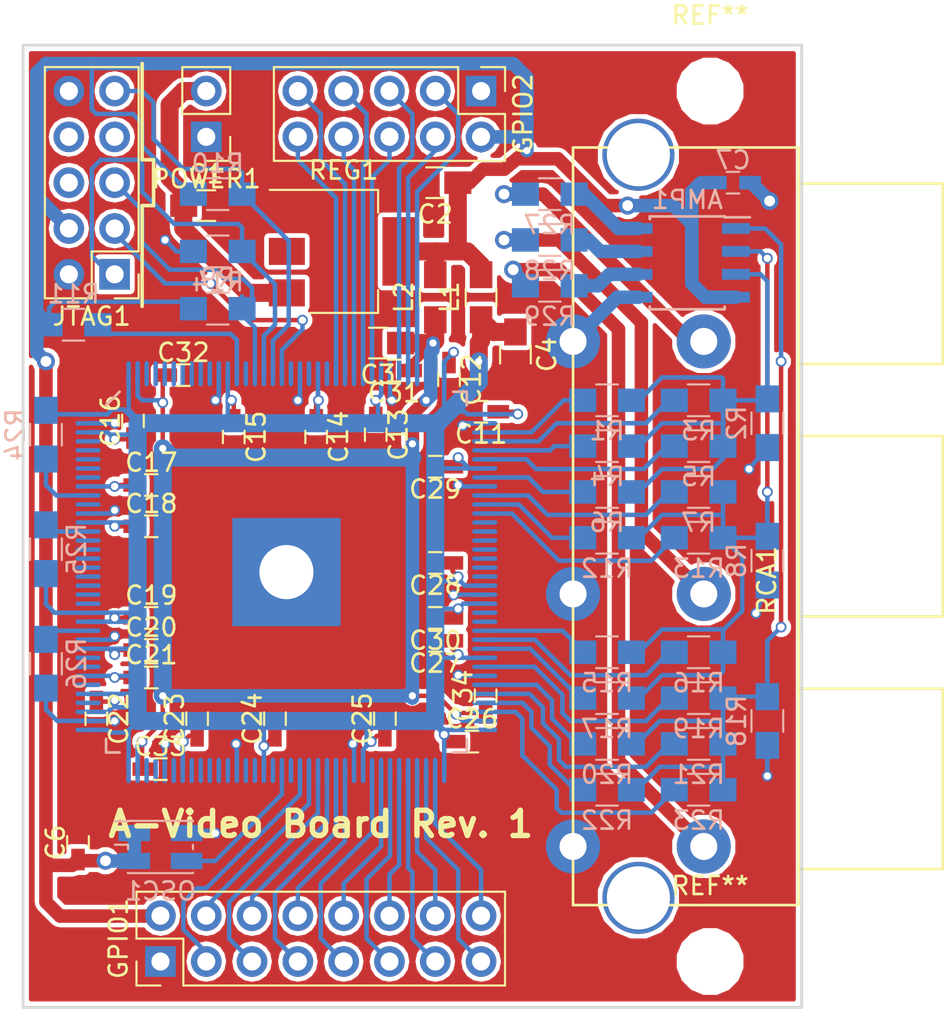
<source format=kicad_pcb>
(kicad_pcb (version 4) (host pcbnew 4.0.4-stable)
  (layers (0 F.Cu signal) (31 B.Cu signal) (34 B.Paste user) (35 F.Paste user) (36 B.SilkS user) (37 F.SilkS user) (38 B.Mask user) (39 F.Mask user) (44 Edge.Cuts user))
  (net 0 "")
  (net 1 GND)
  (net 2 /3V3A)
  (net 3 /3V3B)
  (net 4 /3V3C)
  (net 5 "Net-(R5-Pad1)")
  (net 6 "Net-(R6-Pad1)")
  (net 7 "Net-(R7-Pad1)")
  (net 8 "Net-(R11-Pad1)")
  (net 9 "Net-(R15-Pad1)")
  (net 10 "Net-(AMP1-Pad1)")
  (net 11 "Net-(AMP1-Pad2)")
  (net 12 "Net-(AMP1-Pad3)")
  (net 13 "Net-(AMP1-Pad6)")
  (net 14 "Net-(AMP1-Pad7)")
  (net 15 "Net-(AMP1-Pad8)")
  (net 16 "Net-(C1-Pad1)")
  (net 17 "Net-(GPIO1-Pad3)")
  (net 18 "Net-(GPIO1-Pad4)")
  (net 19 "Net-(GPIO1-Pad5)")
  (net 20 "Net-(GPIO1-Pad6)")
  (net 21 "Net-(GPIO1-Pad7)")
  (net 22 "Net-(GPIO1-Pad8)")
  (net 23 "Net-(GPIO1-Pad9)")
  (net 24 "Net-(GPIO1-Pad10)")
  (net 25 "Net-(GPIO1-Pad11)")
  (net 26 "Net-(GPIO1-Pad12)")
  (net 27 "Net-(GPIO1-Pad13)")
  (net 28 "Net-(GPIO1-Pad14)")
  (net 29 "Net-(GPIO1-Pad15)")
  (net 30 "Net-(GPIO1-Pad16)")
  (net 31 "Net-(JTAG1-Pad1)")
  (net 32 "Net-(JTAG1-Pad3)")
  (net 33 "Net-(JTAG1-Pad5)")
  (net 34 "Net-(JTAG1-Pad6)")
  (net 35 "Net-(JTAG1-Pad7)")
  (net 36 "Net-(JTAG1-Pad8)")
  (net 37 "Net-(JTAG1-Pad9)")
  (net 38 "Net-(OSC1-Pad3)")
  (net 39 "Net-(R1-Pad1)")
  (net 40 "Net-(R3-Pad1)")
  (net 41 "Net-(R4-Pad1)")
  (net 42 "Net-(R12-Pad1)")
  (net 43 "Net-(R13-Pad1)")
  (net 44 "Net-(R16-Pad1)")
  (net 45 "Net-(R17-Pad1)")
  (net 46 "Net-(R19-Pad1)")
  (net 47 "Net-(R20-Pad1)")
  (net 48 "Net-(R21-Pad1)")
  (net 49 "Net-(R22-Pad1)")
  (net 50 "Net-(R23-Pad1)")
  (net 51 "Net-(R24-Pad2)")
  (net 52 "Net-(R25-Pad2)")
  (net 53 "Net-(R26-Pad2)")
  (net 54 "Net-(R27-Pad1)")
  (net 55 "Net-(R28-Pad1)")
  (net 56 "Net-(R29-Pad1)")
  (net 57 "Net-(U2-Pad3)")
  (net 58 "Net-(U2-Pad4)")
  (net 59 "Net-(U2-Pad5)")
  (net 60 "Net-(U2-Pad6)")
  (net 61 "Net-(U2-Pad7)")
  (net 62 "Net-(U2-Pad8)")
  (net 63 "Net-(U2-Pad9)")
  (net 64 "Net-(U2-Pad10)")
  (net 65 "Net-(U2-Pad14)")
  (net 66 "Net-(U2-Pad19)")
  (net 67 "Net-(U2-Pad21)")
  (net 68 "Net-(U2-Pad23)")
  (net 69 "Net-(U2-Pad90)")
  (net 70 "Net-(U2-Pad94)")
  (net 71 "Net-(U2-Pad99)")
  (net 72 "Net-(U2-Pad112)")
  (net 73 "Net-(U2-Pad114)")
  (net 74 "Net-(U2-Pad116)")
  (net 75 "Net-(U2-Pad117)")
  (net 76 "Net-(U2-Pad123)")
  (net 77 "Net-(U2-Pad124)")
  (net 78 "Net-(U2-Pad125)")
  (net 79 "Net-(U2-Pad126)")
  (net 80 "Net-(U2-Pad127)")
  (net 81 "Net-(U2-Pad128)")
  (net 82 "Net-(U2-Pad129)")
  (net 83 "Net-(U2-Pad130)")
  (net 84 "Net-(U2-Pad134)")
  (net 85 "Net-(U2-Pad137)")
  (net 86 "Net-(U2-Pad138)")
  (net 87 "Net-(U2-Pad139)")
  (net 88 "Net-(U2-Pad140)")
  (net 89 "Net-(U2-Pad141)")
  (net 90 "Net-(GPIO2-Pad3)")
  (net 91 "Net-(GPIO2-Pad4)")
  (net 92 "Net-(GPIO2-Pad5)")
  (net 93 "Net-(GPIO2-Pad6)")
  (net 94 "Net-(GPIO2-Pad7)")
  (net 95 "Net-(GPIO2-Pad8)")
  (net 96 "Net-(GPIO2-Pad9)")
  (net 97 "Net-(GPIO2-Pad10)")
  (net 98 "Net-(U2-Pad49)")
  (net 99 "Net-(U2-Pad51)")
  (net 100 "Net-(U2-Pad53)")
  (net 101 "Net-(U2-Pad92)")
  (net 102 "Net-(U2-Pad95)")
  (net 103 "Net-(U2-Pad97)")
  (net 104 "Net-(U2-Pad98)")
  (net 105 "Net-(U2-Pad100)")
  (net 106 "Net-(U2-Pad101)")
  (net 107 "Net-(U2-Pad103)")
  (net 108 "Net-(U2-Pad105)")
  (net 109 "Net-(U2-Pad106)")
  (net 110 "Net-(U2-Pad50)")
  (net 111 "Net-(U2-Pad52)")
  (net 112 "Net-(U2-Pad54)")
  (net 113 "Net-(U2-Pad55)")
  (net 114 "Net-(U2-Pad59)")
  (net 115 "Net-(U2-Pad60)")
  (net 116 "Net-(REG1-Pad2)")
  (module Capacitors_SMD:C_0603_HandSoldering (layer F.Cu) (at 139.7 102.87 180)
    (fp_text reference C30 (at 0 -1.25 180) (layer F.SilkS))
    (fp_text value 100nF)
    (pad 1 smd rect (at -0.95 0 180) (size 1.2 0.75) (layers F.Cu F.Paste F.Mask) (net 3 /3V3B))
    (pad 2 smd rect (at 0.95 0 180) (size 1.2 0.75) (layers F.Cu F.Paste F.Mask) (net 1 GND))
  )
  (module Capacitors_SMD:C_0603_HandSoldering (layer F.Cu) (at 139.7 94.488 180)
    (fp_text reference C29 (at 0 -1.25 180) (layer F.SilkS))
    (fp_text value 100nF)
    (pad 1 smd rect (at -0.95 0 180) (size 1.2 0.75) (layers F.Cu F.Paste F.Mask) (net 3 /3V3B))
    (pad 2 smd rect (at 0.95 0 180) (size 1.2 0.75) (layers F.Cu F.Paste F.Mask) (net 1 GND))
  )
  (module Capacitors_SMD:C_0603_HandSoldering (layer F.Cu) (at 139.7 99.822 180)
    (fp_text reference C28 (at 0 -1.25 180) (layer F.SilkS))
    (fp_text value 100nF)
    (pad 1 smd rect (at -0.95 0 180) (size 1.2 0.75) (layers F.Cu F.Paste F.Mask) (net 3 /3V3B))
    (pad 2 smd rect (at 0.95 0 180) (size 1.2 0.75) (layers F.Cu F.Paste F.Mask) (net 1 GND))
  )
  (module Capacitors_SMD:C_0603_HandSoldering (layer F.Cu) (at 139.7 104.14 180)
    (fp_text reference C27 (at 0 -1.25 180) (layer F.SilkS))
    (fp_text value 100nF)
    (pad 1 smd rect (at -0.95 0 180) (size 1.2 0.75) (layers F.Cu F.Paste F.Mask) (net 3 /3V3B))
    (pad 2 smd rect (at 0.95 0 180) (size 1.2 0.75) (layers F.Cu F.Paste F.Mask) (net 1 GND))
  )
  (module Capacitors_SMD:C_0603_HandSoldering (layer F.Cu) (at 141.732 109.728)
    (fp_text reference C26 (at 0 -1.25) (layer F.SilkS))
    (fp_text value 100nF)
    (pad 1 smd rect (at -0.95 0) (size 1.2 0.75) (layers F.Cu F.Paste F.Mask) (net 3 /3V3B))
    (pad 2 smd rect (at 0.95 0) (size 1.2 0.75) (layers F.Cu F.Paste F.Mask) (net 1 GND))
  )
  (module Mounting_Holes:MountingHole_3.2mm_M3 (layer F.Cu) (at 154.94 73.66)
    (fp_text reference REF** (at 0 -4.2) (layer F.SilkS))
    (fp_text value MountingHole_3.2mm_M3)
    (pad 1 np_thru_hole circle (at 0 0) (size 3.2 3.2) (drill 3.2) (layers *.Cu *.Mask))
  )
  (module Mounting_Holes:MountingHole_3.2mm_M3 (layer F.Cu) (at 154.94 121.92)
    (fp_text reference REF** (at 0 -4.2) (layer F.SilkS))
    (fp_text value MountingHole_3.2mm_M3)
    (pad 1 np_thru_hole circle (at 0 0) (size 3.2 3.2) (drill 3.2) (layers *.Cu *.Mask))
  )
  (module Capacitors_SMD:C_0603_HandSoldering (layer F.Cu) (at 142.494 107.188 90)
    (fp_text reference C34 (at 0 -1.25 90) (layer F.SilkS))
    (fp_text value 100nF)
    (pad 1 smd rect (at -0.95 0 90) (size 1.2 0.75) (layers F.Cu F.Paste F.Mask) (net 4 /3V3C))
    (pad 2 smd rect (at 0.95 0 90) (size 1.2 0.75) (layers F.Cu F.Paste F.Mask) (net 1 GND))
  )
  (module Capacitors_SMD:C_0603_HandSoldering (layer F.Cu) (at 124.46 111.252)
    (fp_text reference C33 (at 0 -1.25) (layer F.SilkS))
    (fp_text value 100nF)
    (pad 1 smd rect (at -0.95 0) (size 1.2 0.75) (layers F.Cu F.Paste F.Mask) (net 4 /3V3C))
    (pad 2 smd rect (at 0.95 0) (size 1.2 0.75) (layers F.Cu F.Paste F.Mask) (net 1 GND))
  )
  (module Capacitors_SMD:C_0603_HandSoldering (layer F.Cu) (at 125.73 89.408)
    (fp_text reference C32 (at 0 -1.25) (layer F.SilkS))
    (fp_text value 100nF)
    (pad 1 smd rect (at -0.95 0) (size 1.2 0.75) (layers F.Cu F.Paste F.Mask) (net 4 /3V3C))
    (pad 2 smd rect (at 0.95 0) (size 1.2 0.75) (layers F.Cu F.Paste F.Mask) (net 1 GND))
  )
  (module Capacitors_SMD:C_0603_HandSoldering (layer F.Cu) (at 137.414 89.154 180)
    (fp_text reference C31 (at 0 -1.25 180) (layer F.SilkS))
    (fp_text value 100nF)
    (pad 1 smd rect (at -0.95 0 180) (size 1.2 0.75) (layers F.Cu F.Paste F.Mask) (net 4 /3V3C))
    (pad 2 smd rect (at 0.95 0 180) (size 1.2 0.75) (layers F.Cu F.Paste F.Mask) (net 1 GND))
  )
  (module Capacitors_SMD:C_0603_HandSoldering (layer F.Cu) (at 136.906 108.458 90)
    (fp_text reference C25 (at 0 -1.25 90) (layer F.SilkS))
    (fp_text value 100nF)
    (pad 1 smd rect (at -0.95 0 90) (size 1.2 0.75) (layers F.Cu F.Paste F.Mask) (net 3 /3V3B))
    (pad 2 smd rect (at 0.95 0 90) (size 1.2 0.75) (layers F.Cu F.Paste F.Mask) (net 1 GND))
  )
  (module Capacitors_SMD:C_0603_HandSoldering (layer F.Cu) (at 130.81 108.458 90)
    (fp_text reference C24 (at 0 -1.25 90) (layer F.SilkS))
    (fp_text value 100nF)
    (pad 1 smd rect (at -0.95 0 90) (size 1.2 0.75) (layers F.Cu F.Paste F.Mask) (net 3 /3V3B))
    (pad 2 smd rect (at 0.95 0 90) (size 1.2 0.75) (layers F.Cu F.Paste F.Mask) (net 1 GND))
  )
  (module Capacitors_SMD:C_0603_HandSoldering (layer F.Cu) (at 126.492 108.458 90)
    (fp_text reference C23 (at 0 -1.25 90) (layer F.SilkS))
    (fp_text value 100nF)
    (pad 1 smd rect (at -0.95 0 90) (size 1.2 0.75) (layers F.Cu F.Paste F.Mask) (net 3 /3V3B))
    (pad 2 smd rect (at 0.95 0 90) (size 1.2 0.75) (layers F.Cu F.Paste F.Mask) (net 1 GND))
  )
  (module Capacitors_SMD:C_0603_HandSoldering (layer F.Cu) (at 120.904 108.458 270)
    (fp_text reference C22 (at 0 -1.25 270) (layer F.SilkS))
    (fp_text value 100nF)
    (pad 1 smd rect (at -0.95 0 270) (size 1.2 0.75) (layers F.Cu F.Paste F.Mask) (net 3 /3V3B))
    (pad 2 smd rect (at 0.95 0 270) (size 1.2 0.75) (layers F.Cu F.Paste F.Mask) (net 1 GND))
  )
  (module Capacitors_SMD:C_0603_HandSoldering (layer F.Cu) (at 123.952 106.172)
    (fp_text reference C21 (at 0 -1.25) (layer F.SilkS))
    (fp_text value 100nF)
    (pad 1 smd rect (at -0.95 0) (size 1.2 0.75) (layers F.Cu F.Paste F.Mask) (net 3 /3V3B))
    (pad 2 smd rect (at 0.95 0) (size 1.2 0.75) (layers F.Cu F.Paste F.Mask) (net 1 GND))
  )
  (module Capacitors_SMD:C_0603_HandSoldering (layer F.Cu) (at 123.952 104.648)
    (fp_text reference C20 (at 0 -1.25) (layer F.SilkS))
    (fp_text value 100nF)
    (pad 1 smd rect (at -0.95 0) (size 1.2 0.75) (layers F.Cu F.Paste F.Mask) (net 3 /3V3B))
    (pad 2 smd rect (at 0.95 0) (size 1.2 0.75) (layers F.Cu F.Paste F.Mask) (net 1 GND))
  )
  (module Capacitors_SMD:C_0603_HandSoldering (layer F.Cu) (at 123.952 102.87)
    (fp_text reference C19 (at 0 -1.25) (layer F.SilkS))
    (fp_text value 100nF)
    (pad 1 smd rect (at -0.95 0) (size 1.2 0.75) (layers F.Cu F.Paste F.Mask) (net 3 /3V3B))
    (pad 2 smd rect (at 0.95 0) (size 1.2 0.75) (layers F.Cu F.Paste F.Mask) (net 1 GND))
  )
  (module Capacitors_SMD:C_0603_HandSoldering (layer F.Cu) (at 123.952 97.79)
    (fp_text reference C18 (at 0 -1.25) (layer F.SilkS))
    (fp_text value 100nF)
    (pad 1 smd rect (at -0.95 0) (size 1.2 0.75) (layers F.Cu F.Paste F.Mask) (net 3 /3V3B))
    (pad 2 smd rect (at 0.95 0) (size 1.2 0.75) (layers F.Cu F.Paste F.Mask) (net 1 GND))
  )
  (module Capacitors_SMD:C_0603_HandSoldering (layer F.Cu) (at 123.952 95.504)
    (fp_text reference C17 (at 0 -1.25) (layer F.SilkS))
    (fp_text value 100nF)
    (pad 1 smd rect (at -0.95 0) (size 1.2 0.75) (layers F.Cu F.Paste F.Mask) (net 3 /3V3B))
    (pad 2 smd rect (at 0.95 0) (size 1.2 0.75) (layers F.Cu F.Paste F.Mask) (net 1 GND))
  )
  (module Capacitors_SMD:C_0603_HandSoldering (layer F.Cu) (at 122.936 91.948 90)
    (fp_text reference C16 (at 0 -1.25 90) (layer F.SilkS))
    (fp_text value 100nF)
    (pad 1 smd rect (at -0.95 0 90) (size 1.2 0.75) (layers F.Cu F.Paste F.Mask) (net 3 /3V3B))
    (pad 2 smd rect (at 0.95 0 90) (size 1.2 0.75) (layers F.Cu F.Paste F.Mask) (net 1 GND))
  )
  (module Capacitors_SMD:C_0603_HandSoldering (layer F.Cu) (at 128.524 92.837 270)
    (fp_text reference C15 (at 0 -1.25 270) (layer F.SilkS))
    (fp_text value 100nF)
    (pad 1 smd rect (at -0.95 0 270) (size 1.2 0.75) (layers F.Cu F.Paste F.Mask) (net 3 /3V3B))
    (pad 2 smd rect (at 0.95 0 270) (size 1.2 0.75) (layers F.Cu F.Paste F.Mask) (net 1 GND))
  )
  (module Capacitors_SMD:C_0603_HandSoldering (layer F.Cu) (at 133.096 92.837 270)
    (fp_text reference C14 (at 0 -1.25 270) (layer F.SilkS))
    (fp_text value 100nF)
    (pad 1 smd rect (at -0.95 0 270) (size 1.2 0.75) (layers F.Cu F.Paste F.Mask) (net 3 /3V3B))
    (pad 2 smd rect (at 0.95 0 270) (size 1.2 0.75) (layers F.Cu F.Paste F.Mask) (net 1 GND))
  )
  (module Capacitors_SMD:C_0603_HandSoldering (layer F.Cu) (at 136.398 92.71 270)
    (fp_text reference C13 (at 0 -1.25 270) (layer F.SilkS))
    (fp_text value 100nF)
    (pad 1 smd rect (at -0.95 0 270) (size 1.2 0.75) (layers F.Cu F.Paste F.Mask) (net 3 /3V3B))
    (pad 2 smd rect (at 0.95 0 270) (size 1.2 0.75) (layers F.Cu F.Paste F.Mask) (net 1 GND))
  )
  (module Capacitors_SMD:C_0603_HandSoldering (layer F.Cu) (at 140.462 89.662 270)
    (fp_text reference C12 (at 0 -1.25 270) (layer F.SilkS))
    (fp_text value 100nF)
    (pad 1 smd rect (at -0.95 0 270) (size 1.2 0.75) (layers F.Cu F.Paste F.Mask) (net 3 /3V3B))
    (pad 2 smd rect (at 0.95 0 270) (size 1.2 0.75) (layers F.Cu F.Paste F.Mask) (net 1 GND))
  )
  (module Capacitors_SMD:C_0603_HandSoldering (layer F.Cu) (at 142.24 91.44 180)
    (fp_text reference C11 (at 0 -1.25 180) (layer F.SilkS))
    (fp_text value 100nF)
    (pad 1 smd rect (at -0.95 0 180) (size 1.2 0.75) (layers F.Cu F.Paste F.Mask) (net 3 /3V3B))
    (pad 2 smd rect (at 0.95 0 180) (size 1.2 0.75) (layers F.Cu F.Paste F.Mask) (net 1 GND))
  )
  (module Capacitors_SMD:C_0603_HandSoldering (layer B.Cu) (at 156.21 78.74 180)
    (fp_text reference C7 (at 0 1.25 180) (layer B.SilkS) (effects (justify mirror)))
    (fp_text value 100nF)
    (pad 1 smd rect (at -0.95 0 180) (size 1.2 0.75) (layers B.Cu B.Paste B.Mask) (net 1 GND))
    (pad 2 smd rect (at 0.95 0 180) (size 1.2 0.75) (layers B.Cu B.Paste B.Mask) (net 2 /3V3A))
  )
  (module Capacitors_SMD:C_0603_HandSoldering (layer F.Cu) (at 119.888 115.316 90)
    (fp_text reference C6 (at 0 -1.25 90) (layer F.SilkS))
    (fp_text value 100nF)
    (pad 1 smd rect (at -0.95 0 90) (size 1.2 0.75) (layers F.Cu F.Paste F.Mask) (net 2 /3V3A))
    (pad 2 smd rect (at 0.95 0 90) (size 1.2 0.75) (layers F.Cu F.Paste F.Mask) (net 1 GND))
  )
  (module Pin_Headers:Pin_Header_Straight_2x05_Pitch2.54mm (layer F.Cu) (at 142.24 73.66 270)
    (fp_text reference GPIO2 (at 1.27 -2.33 270) (layer F.SilkS))
    (fp_text value CONN_02X05)
    (pad 1 thru_hole rect (at 0 0 270) (size 1.7 1.7) (drill 1) (layers *.Cu *.Mask) (net 1 GND))
    (pad 2 thru_hole oval (at 2.54 0 270) (size 1.7 1.7) (drill 1) (layers *.Cu *.Mask) (net 2 /3V3A))
    (pad 3 thru_hole oval (at 0 2.54 270) (size 1.7 1.7) (drill 1) (layers *.Cu *.Mask) (net 90 "Net-(GPIO2-Pad3)"))
    (pad 4 thru_hole oval (at 2.54 2.54 270) (size 1.7 1.7) (drill 1) (layers *.Cu *.Mask) (net 91 "Net-(GPIO2-Pad4)"))
    (pad 5 thru_hole oval (at 0 5.08 270) (size 1.7 1.7) (drill 1) (layers *.Cu *.Mask) (net 92 "Net-(GPIO2-Pad5)"))
    (pad 6 thru_hole oval (at 2.54 5.08 270) (size 1.7 1.7) (drill 1) (layers *.Cu *.Mask) (net 93 "Net-(GPIO2-Pad6)"))
    (pad 7 thru_hole oval (at 0 7.62 270) (size 1.7 1.7) (drill 1) (layers *.Cu *.Mask) (net 94 "Net-(GPIO2-Pad7)"))
    (pad 8 thru_hole oval (at 2.54 7.62 270) (size 1.7 1.7) (drill 1) (layers *.Cu *.Mask) (net 95 "Net-(GPIO2-Pad8)"))
    (pad 9 thru_hole oval (at 0 10.16 270) (size 1.7 1.7) (drill 1) (layers *.Cu *.Mask) (net 96 "Net-(GPIO2-Pad9)"))
    (pad 10 thru_hole oval (at 2.54 10.16 270) (size 1.7 1.7) (drill 1) (layers *.Cu *.Mask) (net 97 "Net-(GPIO2-Pad10)"))
  )
  (module Pin_Headers:Pin_Header_Straight_2x08_Pitch2.54mm (layer F.Cu) (at 124.46 121.92 90)
    (fp_text reference GPIO1 (at 1.27 -2.33 90) (layer F.SilkS))
    (fp_text value CONN_02X08)
    (pad 1 thru_hole rect (at 0 0 90) (size 1.7 1.7) (drill 1) (layers *.Cu *.Mask) (net 1 GND))
    (pad 2 thru_hole oval (at 2.54 0 90) (size 1.7 1.7) (drill 1) (layers *.Cu *.Mask) (net 2 /3V3A))
    (pad 3 thru_hole oval (at 0 2.54 90) (size 1.7 1.7) (drill 1) (layers *.Cu *.Mask) (net 17 "Net-(GPIO1-Pad3)"))
    (pad 4 thru_hole oval (at 2.54 2.54 90) (size 1.7 1.7) (drill 1) (layers *.Cu *.Mask) (net 18 "Net-(GPIO1-Pad4)"))
    (pad 5 thru_hole oval (at 0 5.08 90) (size 1.7 1.7) (drill 1) (layers *.Cu *.Mask) (net 19 "Net-(GPIO1-Pad5)"))
    (pad 6 thru_hole oval (at 2.54 5.08 90) (size 1.7 1.7) (drill 1) (layers *.Cu *.Mask) (net 20 "Net-(GPIO1-Pad6)"))
    (pad 7 thru_hole oval (at 0 7.62 90) (size 1.7 1.7) (drill 1) (layers *.Cu *.Mask) (net 21 "Net-(GPIO1-Pad7)"))
    (pad 8 thru_hole oval (at 2.54 7.62 90) (size 1.7 1.7) (drill 1) (layers *.Cu *.Mask) (net 22 "Net-(GPIO1-Pad8)"))
    (pad 9 thru_hole oval (at 0 10.16 90) (size 1.7 1.7) (drill 1) (layers *.Cu *.Mask) (net 23 "Net-(GPIO1-Pad9)"))
    (pad 10 thru_hole oval (at 2.54 10.16 90) (size 1.7 1.7) (drill 1) (layers *.Cu *.Mask) (net 24 "Net-(GPIO1-Pad10)"))
    (pad 11 thru_hole oval (at 0 12.7 90) (size 1.7 1.7) (drill 1) (layers *.Cu *.Mask) (net 25 "Net-(GPIO1-Pad11)"))
    (pad 12 thru_hole oval (at 2.54 12.7 90) (size 1.7 1.7) (drill 1) (layers *.Cu *.Mask) (net 26 "Net-(GPIO1-Pad12)"))
    (pad 13 thru_hole oval (at 0 15.24 90) (size 1.7 1.7) (drill 1) (layers *.Cu *.Mask) (net 27 "Net-(GPIO1-Pad13)"))
    (pad 14 thru_hole oval (at 2.54 15.24 90) (size 1.7 1.7) (drill 1) (layers *.Cu *.Mask) (net 28 "Net-(GPIO1-Pad14)"))
    (pad 15 thru_hole oval (at 0 17.78 90) (size 1.7 1.7) (drill 1) (layers *.Cu *.Mask) (net 29 "Net-(GPIO1-Pad15)"))
    (pad 16 thru_hole oval (at 2.54 17.78 90) (size 1.7 1.7) (drill 1) (layers *.Cu *.Mask) (net 30 "Net-(GPIO1-Pad16)"))
  )
  (module footprints:QFP_144_GND (layer B.Cu) (at 131.445 100.33 270)
    (fp_text reference U2 hide)
    (fp_text value 10M02SCE144 hide)
    (pad 1 smd oval (at -11 8.75 180) (size 0.25 1.4) (layers B.Cu B.Paste B.Mask) (net 3 /3V3B))
    (pad 2 smd oval (at -11 8.25 180) (size 0.25 1.4) (layers B.Cu B.Paste B.Mask) (net 4 /3V3C))
    (pad 3 smd oval (at -11 7.75 180) (size 0.25 1.4) (layers B.Cu B.Paste B.Mask) (net 57 "Net-(U2-Pad3)"))
    (pad 4 smd oval (at -11 7.25 180) (size 0.25 1.4) (layers B.Cu B.Paste B.Mask) (net 58 "Net-(U2-Pad4)"))
    (pad 5 smd oval (at -11 6.75 180) (size 0.25 1.4) (layers B.Cu B.Paste B.Mask) (net 59 "Net-(U2-Pad5)"))
    (pad 6 smd oval (at -11 6.25 180) (size 0.25 1.4) (layers B.Cu B.Paste B.Mask) (net 60 "Net-(U2-Pad6)"))
    (pad 7 smd oval (at -11 5.75 180) (size 0.25 1.4) (layers B.Cu B.Paste B.Mask) (net 61 "Net-(U2-Pad7)"))
    (pad 8 smd oval (at -11 5.25 180) (size 0.25 1.4) (layers B.Cu B.Paste B.Mask) (net 62 "Net-(U2-Pad8)"))
    (pad 9 smd oval (at -11 4.75 180) (size 0.25 1.4) (layers B.Cu B.Paste B.Mask) (net 63 "Net-(U2-Pad9)"))
    (pad 10 smd oval (at -11 4.25 180) (size 0.25 1.4) (layers B.Cu B.Paste B.Mask) (net 64 "Net-(U2-Pad10)"))
    (pad 11 smd oval (at -11 3.75 180) (size 0.25 1.4) (layers B.Cu B.Paste B.Mask) (net 1 GND))
    (pad 12 smd oval (at -11 3.25 180) (size 0.25 1.4) (layers B.Cu B.Paste B.Mask) (net 3 /3V3B))
    (pad 13 smd oval (at -11 2.75 180) (size 0.25 1.4) (layers B.Cu B.Paste B.Mask) (net 8 "Net-(R11-Pad1)"))
    (pad 14 smd oval (at -11 2.25 180) (size 0.25 1.4) (layers B.Cu B.Paste B.Mask) (net 65 "Net-(U2-Pad14)"))
    (pad 15 smd oval (at -11 1.75 180) (size 0.25 1.4) (layers B.Cu B.Paste B.Mask) (net 33 "Net-(JTAG1-Pad5)"))
    (pad 16 smd oval (at -11 1.25 180) (size 0.25 1.4) (layers B.Cu B.Paste B.Mask) (net 31 "Net-(JTAG1-Pad1)"))
    (pad 17 smd oval (at -11 0.75 180) (size 0.25 1.4) (layers B.Cu B.Paste B.Mask) (net 37 "Net-(JTAG1-Pad9)"))
    (pad 18 smd oval (at -11 0.25 180) (size 0.25 1.4) (layers B.Cu B.Paste B.Mask) (net 32 "Net-(JTAG1-Pad3)"))
    (pad 19 smd oval (at -11 -0.25 180) (size 0.25 1.4) (layers B.Cu B.Paste B.Mask) (net 66 "Net-(U2-Pad19)"))
    (pad 20 smd oval (at -11 -0.75 180) (size 0.25 1.4) (layers B.Cu B.Paste B.Mask) (net 1 GND))
    (pad 21 smd oval (at -11 -1.25 180) (size 0.25 1.4) (layers B.Cu B.Paste B.Mask) (net 67 "Net-(U2-Pad21)"))
    (pad 22 smd oval (at -11 -1.75 180) (size 0.25 1.4) (layers B.Cu B.Paste B.Mask) (net 3 /3V3B))
    (pad 23 smd oval (at -11 -2.25 180) (size 0.25 1.4) (layers B.Cu B.Paste B.Mask) (net 68 "Net-(U2-Pad23)"))
    (pad 24 smd oval (at -11 -2.75 180) (size 0.25 1.4) (layers B.Cu B.Paste B.Mask) (net 97 "Net-(GPIO2-Pad10)"))
    (pad 25 smd oval (at -11 -3.25 180) (size 0.25 1.4) (layers B.Cu B.Paste B.Mask) (net 96 "Net-(GPIO2-Pad9)"))
    (pad 26 smd oval (at -11 -3.75 180) (size 0.25 1.4) (layers B.Cu B.Paste B.Mask) (net 95 "Net-(GPIO2-Pad8)"))
    (pad 27 smd oval (at -11 -4.25 180) (size 0.25 1.4) (layers B.Cu B.Paste B.Mask) (net 94 "Net-(GPIO2-Pad7)"))
    (pad 28 smd oval (at -11 -4.75 180) (size 0.25 1.4) (layers B.Cu B.Paste B.Mask) (net 93 "Net-(GPIO2-Pad6)"))
    (pad 29 smd oval (at -11 -5.25 180) (size 0.25 1.4) (layers B.Cu B.Paste B.Mask) (net 3 /3V3B))
    (pad 30 smd oval (at -11 -5.75 180) (size 0.25 1.4) (layers B.Cu B.Paste B.Mask) (net 1 GND))
    (pad 31 smd oval (at -11 -6.25 180) (size 0.25 1.4) (layers B.Cu B.Paste B.Mask) (net 92 "Net-(GPIO2-Pad5)"))
    (pad 32 smd oval (at -11 -6.75 180) (size 0.25 1.4) (layers B.Cu B.Paste B.Mask) (net 91 "Net-(GPIO2-Pad4)"))
    (pad 33 smd oval (at -11 -7.25 180) (size 0.25 1.4) (layers B.Cu B.Paste B.Mask) (net 90 "Net-(GPIO2-Pad3)"))
    (pad 34 smd oval (at -11 -7.75 180) (size 0.25 1.4) (layers B.Cu B.Paste B.Mask) (net 4 /3V3C))
    (pad 35 smd oval (at -11 -8.25 180) (size 0.25 1.4) (layers B.Cu B.Paste B.Mask) (net 4 /3V3C))
    (pad 36 smd oval (at -11 -8.75 180) (size 0.25 1.4) (layers B.Cu B.Paste B.Mask) (net 3 /3V3B))
    (pad 37 smd oval (at -8.75 -11 270) (size 0.25 1.4) (layers B.Cu B.Paste B.Mask) (net 3 /3V3B))
    (pad 38 smd oval (at -8.25 -11 270) (size 0.25 1.4) (layers B.Cu B.Paste B.Mask) (net 1 GND))
    (pad 39 smd oval (at -7.75 -11 270) (size 0.25 1.4) (layers B.Cu B.Paste B.Mask) (net 39 "Net-(R1-Pad1)"))
    (pad 40 smd oval (at -7.25 -11 270) (size 0.25 1.4) (layers B.Cu B.Paste B.Mask) (net 40 "Net-(R3-Pad1)"))
    (pad 41 smd oval (at -6.75 -11 270) (size 0.25 1.4) (layers B.Cu B.Paste B.Mask) (net 41 "Net-(R4-Pad1)"))
    (pad 42 smd oval (at -6.25 -11 270) (size 0.25 1.4) (layers B.Cu B.Paste B.Mask) (net 5 "Net-(R5-Pad1)"))
    (pad 43 smd oval (at -5.75 -11 270) (size 0.25 1.4) (layers B.Cu B.Paste B.Mask) (net 3 /3V3B))
    (pad 44 smd oval (at -5.25 -11 270) (size 0.25 1.4) (layers B.Cu B.Paste B.Mask) (net 6 "Net-(R6-Pad1)"))
    (pad 45 smd oval (at -4.75 -11 270) (size 0.25 1.4) (layers B.Cu B.Paste B.Mask) (net 1 GND))
    (pad 46 smd oval (at -4.25 -11 270) (size 0.25 1.4) (layers B.Cu B.Paste B.Mask) (net 7 "Net-(R7-Pad1)"))
    (pad 47 smd oval (at -3.75 -11 270) (size 0.25 1.4) (layers B.Cu B.Paste B.Mask) (net 42 "Net-(R12-Pad1)"))
    (pad 48 smd oval (at -3.25 -11 270) (size 0.25 1.4) (layers B.Cu B.Paste B.Mask) (net 43 "Net-(R13-Pad1)"))
    (pad 49 smd oval (at -2.75 -11 270) (size 0.25 1.4) (layers B.Cu B.Paste B.Mask) (net 98 "Net-(U2-Pad49)"))
    (pad 50 smd oval (at -2.25 -11 270) (size 0.25 1.4) (layers B.Cu B.Paste B.Mask) (net 110 "Net-(U2-Pad50)"))
    (pad 51 smd oval (at -1.75 -11 270) (size 0.25 1.4) (layers B.Cu B.Paste B.Mask) (net 99 "Net-(U2-Pad51)"))
    (pad 52 smd oval (at -1.25 -11 270) (size 0.25 1.4) (layers B.Cu B.Paste B.Mask) (net 111 "Net-(U2-Pad52)"))
    (pad 53 smd oval (at -0.75 -11 270) (size 0.25 1.4) (layers B.Cu B.Paste B.Mask) (net 100 "Net-(U2-Pad53)"))
    (pad 54 smd oval (at -0.25 -11 270) (size 0.25 1.4) (layers B.Cu B.Paste B.Mask) (net 112 "Net-(U2-Pad54)"))
    (pad 55 smd oval (at 0.25 -11 270) (size 0.25 1.4) (layers B.Cu B.Paste B.Mask) (net 113 "Net-(U2-Pad55)"))
    (pad 56 smd oval (at 0.75 -11 270) (size 0.25 1.4) (layers B.Cu B.Paste B.Mask) (net 3 /3V3B))
    (pad 57 smd oval (at 1.25 -11 270) (size 0.25 1.4) (layers B.Cu B.Paste B.Mask) (net 1 GND))
    (pad 58 smd oval (at 1.75 -11 270) (size 0.25 1.4) (layers B.Cu B.Paste B.Mask) (net 3 /3V3B))
    (pad 59 smd oval (at 2.25 -11 270) (size 0.25 1.4) (layers B.Cu B.Paste B.Mask) (net 114 "Net-(U2-Pad59)"))
    (pad 60 smd oval (at 2.75 -11 270) (size 0.25 1.4) (layers B.Cu B.Paste B.Mask) (net 115 "Net-(U2-Pad60)"))
    (pad 61 smd oval (at 3.25 -11 270) (size 0.25 1.4) (layers B.Cu B.Paste B.Mask) (net 9 "Net-(R15-Pad1)"))
    (pad 62 smd oval (at 3.75 -11 270) (size 0.25 1.4) (layers B.Cu B.Paste B.Mask) (net 44 "Net-(R16-Pad1)"))
    (pad 63 smd oval (at 4.25 -11 270) (size 0.25 1.4) (layers B.Cu B.Paste B.Mask) (net 45 "Net-(R17-Pad1)"))
    (pad 64 smd oval (at 4.75 -11 270) (size 0.25 1.4) (layers B.Cu B.Paste B.Mask) (net 3 /3V3B))
    (pad 65 smd oval (at 5.25 -11 270) (size 0.25 1.4) (layers B.Cu B.Paste B.Mask) (net 46 "Net-(R19-Pad1)"))
    (pad 66 smd oval (at 5.75 -11 270) (size 0.25 1.4) (layers B.Cu B.Paste B.Mask) (net 1 GND))
    (pad 67 smd oval (at 6.25 -11 270) (size 0.25 1.4) (layers B.Cu B.Paste B.Mask) (net 47 "Net-(R20-Pad1)"))
    (pad 68 smd oval (at 6.75 -11 270) (size 0.25 1.4) (layers B.Cu B.Paste B.Mask) (net 48 "Net-(R21-Pad1)"))
    (pad 69 smd oval (at 7.25 -11 270) (size 0.25 1.4) (layers B.Cu B.Paste B.Mask) (net 49 "Net-(R22-Pad1)"))
    (pad 70 smd oval (at 7.75 -11 270) (size 0.25 1.4) (layers B.Cu B.Paste B.Mask) (net 50 "Net-(R23-Pad1)"))
    (pad 71 smd oval (at 8.25 -11 270) (size 0.25 1.4) (layers B.Cu B.Paste B.Mask) (net 4 /3V3C))
    (pad 72 smd oval (at 8.75 -11 270) (size 0.25 1.4) (layers B.Cu B.Paste B.Mask) (net 3 /3V3B))
    (pad 73 smd oval (at 11 -8.75 180) (size 0.25 1.4) (layers B.Cu B.Paste B.Mask) (net 3 /3V3B))
    (pad 74 smd oval (at 11 -8.25 180) (size 0.25 1.4) (layers B.Cu B.Paste B.Mask) (net 30 "Net-(GPIO1-Pad16)"))
    (pad 75 smd oval (at 11 -7.75 180) (size 0.25 1.4) (layers B.Cu B.Paste B.Mask) (net 29 "Net-(GPIO1-Pad15)"))
    (pad 76 smd oval (at 11 -7.25 180) (size 0.25 1.4) (layers B.Cu B.Paste B.Mask) (net 28 "Net-(GPIO1-Pad14)"))
    (pad 77 smd oval (at 11 -6.75 180) (size 0.25 1.4) (layers B.Cu B.Paste B.Mask) (net 27 "Net-(GPIO1-Pad13)"))
    (pad 78 smd oval (at 11 -6.25 180) (size 0.25 1.4) (layers B.Cu B.Paste B.Mask) (net 26 "Net-(GPIO1-Pad12)"))
    (pad 79 smd oval (at 11 -5.75 180) (size 0.25 1.4) (layers B.Cu B.Paste B.Mask) (net 25 "Net-(GPIO1-Pad11)"))
    (pad 80 smd oval (at 11 -5.25 180) (size 0.25 1.4) (layers B.Cu B.Paste B.Mask) (net 24 "Net-(GPIO1-Pad10)"))
    (pad 81 smd oval (at 11 -4.75 180) (size 0.25 1.4) (layers B.Cu B.Paste B.Mask) (net 23 "Net-(GPIO1-Pad9)"))
    (pad 82 smd oval (at 11 -4.25 180) (size 0.25 1.4) (layers B.Cu B.Paste B.Mask) (net 3 /3V3B))
    (pad 83 smd oval (at 11 -3.75 180) (size 0.25 1.4) (layers B.Cu B.Paste B.Mask) (net 1 GND))
    (pad 84 smd oval (at 11 -3.25 180) (size 0.25 1.4) (layers B.Cu B.Paste B.Mask) (net 22 "Net-(GPIO1-Pad8)"))
    (pad 85 smd oval (at 11 -2.75 180) (size 0.25 1.4) (layers B.Cu B.Paste B.Mask) (net 21 "Net-(GPIO1-Pad7)"))
    (pad 86 smd oval (at 11 -2.25 180) (size 0.25 1.4) (layers B.Cu B.Paste B.Mask) (net 20 "Net-(GPIO1-Pad6)"))
    (pad 87 smd oval (at 11 -1.75 180) (size 0.25 1.4) (layers B.Cu B.Paste B.Mask) (net 19 "Net-(GPIO1-Pad5)"))
    (pad 88 smd oval (at 11 -1.25 180) (size 0.25 1.4) (layers B.Cu B.Paste B.Mask) (net 18 "Net-(GPIO1-Pad4)"))
    (pad 89 smd oval (at 11 -0.75 180) (size 0.25 1.4) (layers B.Cu B.Paste B.Mask) (net 17 "Net-(GPIO1-Pad3)"))
    (pad 90 smd oval (at 11 -0.25 180) (size 0.25 1.4) (layers B.Cu B.Paste B.Mask) (net 69 "Net-(U2-Pad90)"))
    (pad 91 smd oval (at 11 0.25 180) (size 0.25 1.4) (layers B.Cu B.Paste B.Mask) (net 38 "Net-(OSC1-Pad3)"))
    (pad 92 smd oval (at 11 0.75 180) (size 0.25 1.4) (layers B.Cu B.Paste B.Mask) (net 101 "Net-(U2-Pad92)"))
    (pad 93 smd oval (at 11 1.25 180) (size 0.25 1.4) (layers B.Cu B.Paste B.Mask) (net 3 /3V3B))
    (pad 94 smd oval (at 11 1.75 180) (size 0.25 1.4) (layers B.Cu B.Paste B.Mask) (net 70 "Net-(U2-Pad94)"))
    (pad 95 smd oval (at 11 2.25 180) (size 0.25 1.4) (layers B.Cu B.Paste B.Mask) (net 102 "Net-(U2-Pad95)"))
    (pad 96 smd oval (at 11 2.75 180) (size 0.25 1.4) (layers B.Cu B.Paste B.Mask) (net 1 GND))
    (pad 97 smd oval (at 11 3.25 180) (size 0.25 1.4) (layers B.Cu B.Paste B.Mask) (net 103 "Net-(U2-Pad97)"))
    (pad 98 smd oval (at 11 3.75 180) (size 0.25 1.4) (layers B.Cu B.Paste B.Mask) (net 104 "Net-(U2-Pad98)"))
    (pad 99 smd oval (at 11 4.25 180) (size 0.25 1.4) (layers B.Cu B.Paste B.Mask) (net 71 "Net-(U2-Pad99)"))
    (pad 100 smd oval (at 11 4.75 180) (size 0.25 1.4) (layers B.Cu B.Paste B.Mask) (net 105 "Net-(U2-Pad100)"))
    (pad 101 smd oval (at 11 5.25 180) (size 0.25 1.4) (layers B.Cu B.Paste B.Mask) (net 106 "Net-(U2-Pad101)"))
    (pad 102 smd oval (at 11 5.75 180) (size 0.25 1.4) (layers B.Cu B.Paste B.Mask) (net 3 /3V3B))
    (pad 103 smd oval (at 11 6.25 180) (size 0.25 1.4) (layers B.Cu B.Paste B.Mask) (net 107 "Net-(U2-Pad103)"))
    (pad 104 smd oval (at 11 6.75 180) (size 0.25 1.4) (layers B.Cu B.Paste B.Mask) (net 1 GND))
    (pad 105 smd oval (at 11 7.25 180) (size 0.25 1.4) (layers B.Cu B.Paste B.Mask) (net 108 "Net-(U2-Pad105)"))
    (pad 106 smd oval (at 11 7.75 180) (size 0.25 1.4) (layers B.Cu B.Paste B.Mask) (net 109 "Net-(U2-Pad106)"))
    (pad 107 smd oval (at 11 8.25 180) (size 0.25 1.4) (layers B.Cu B.Paste B.Mask) (net 4 /3V3C))
    (pad 108 smd oval (at 11 8.75 180) (size 0.25 1.4) (layers B.Cu B.Paste B.Mask) (net 3 /3V3B))
    (pad 109 smd oval (at 8.75 11 270) (size 0.25 1.4) (layers B.Cu B.Paste B.Mask) (net 3 /3V3B))
    (pad 110 smd oval (at 8.25 11 270) (size 0.25 1.4) (layers B.Cu B.Paste B.Mask) (net 1 GND))
    (pad 111 smd oval (at 7.75 11 270) (size 0.25 1.4) (layers B.Cu B.Paste B.Mask) (net 3 /3V3B))
    (pad 112 smd oval (at 7.25 11 270) (size 0.25 1.4) (layers B.Cu B.Paste B.Mask) (net 72 "Net-(U2-Pad112)"))
    (pad 113 smd oval (at 6.75 11 270) (size 0.25 1.4) (layers B.Cu B.Paste B.Mask) (net 3 /3V3B))
    (pad 114 smd oval (at 6.25 11 270) (size 0.25 1.4) (layers B.Cu B.Paste B.Mask) (net 73 "Net-(U2-Pad114)"))
    (pad 115 smd oval (at 5.75 11 270) (size 0.25 1.4) (layers B.Cu B.Paste B.Mask) (net 3 /3V3B))
    (pad 116 smd oval (at 5.25 11 270) (size 0.25 1.4) (layers B.Cu B.Paste B.Mask) (net 74 "Net-(U2-Pad116)"))
    (pad 117 smd oval (at 4.75 11 270) (size 0.25 1.4) (layers B.Cu B.Paste B.Mask) (net 75 "Net-(U2-Pad117)"))
    (pad 118 smd oval (at 4.25 11 270) (size 0.25 1.4) (layers B.Cu B.Paste B.Mask) (net 3 /3V3B))
    (pad 119 smd oval (at 3.75 11 270) (size 0.25 1.4) (layers B.Cu B.Paste B.Mask) (net 1 GND))
    (pad 120 smd oval (at 3.25 11 270) (size 0.25 1.4) (layers B.Cu B.Paste B.Mask) (net 53 "Net-(R26-Pad2)"))
    (pad 121 smd oval (at 2.75 11 270) (size 0.25 1.4) (layers B.Cu B.Paste B.Mask) (net 3 /3V3B))
    (pad 122 smd oval (at 2.25 11 270) (size 0.25 1.4) (layers B.Cu B.Paste B.Mask) (net 3 /3V3B))
    (pad 123 smd oval (at 1.75 11 270) (size 0.25 1.4) (layers B.Cu B.Paste B.Mask) (net 76 "Net-(U2-Pad123)"))
    (pad 124 smd oval (at 1.25 11 270) (size 0.25 1.4) (layers B.Cu B.Paste B.Mask) (net 77 "Net-(U2-Pad124)"))
    (pad 125 smd oval (at 0.75 11 270) (size 0.25 1.4) (layers B.Cu B.Paste B.Mask) (net 78 "Net-(U2-Pad125)"))
    (pad 126 smd oval (at 0.25 11 270) (size 0.25 1.4) (layers B.Cu B.Paste B.Mask) (net 79 "Net-(U2-Pad126)"))
    (pad 127 smd oval (at -0.25 11 270) (size 0.25 1.4) (layers B.Cu B.Paste B.Mask) (net 80 "Net-(U2-Pad127)"))
    (pad 128 smd oval (at -0.75 11 270) (size 0.25 1.4) (layers B.Cu B.Paste B.Mask) (net 81 "Net-(U2-Pad128)"))
    (pad 129 smd oval (at -1.25 11 270) (size 0.25 1.4) (layers B.Cu B.Paste B.Mask) (net 82 "Net-(U2-Pad129)"))
    (pad 130 smd oval (at -1.75 11 270) (size 0.25 1.4) (layers B.Cu B.Paste B.Mask) (net 83 "Net-(U2-Pad130)"))
    (pad 131 smd oval (at -2.25 11 270) (size 0.25 1.4) (layers B.Cu B.Paste B.Mask) (net 52 "Net-(R25-Pad2)"))
    (pad 132 smd oval (at -2.75 11 270) (size 0.25 1.4) (layers B.Cu B.Paste B.Mask) (net 3 /3V3B))
    (pad 133 smd oval (at -3.25 11 270) (size 0.25 1.4) (layers B.Cu B.Paste B.Mask) (net 1 GND))
    (pad 134 smd oval (at -3.75 11 270) (size 0.25 1.4) (layers B.Cu B.Paste B.Mask) (net 84 "Net-(U2-Pad134)"))
    (pad 135 smd oval (at -4.25 11 270) (size 0.25 1.4) (layers B.Cu B.Paste B.Mask) (net 51 "Net-(R24-Pad2)"))
    (pad 136 smd oval (at -4.75 11 270) (size 0.25 1.4) (layers B.Cu B.Paste B.Mask) (net 3 /3V3B))
    (pad 137 smd oval (at -5.25 11 270) (size 0.25 1.4) (layers B.Cu B.Paste B.Mask) (net 85 "Net-(U2-Pad137)"))
    (pad 138 smd oval (at -5.75 11 270) (size 0.25 1.4) (layers B.Cu B.Paste B.Mask) (net 86 "Net-(U2-Pad138)"))
    (pad 139 smd oval (at -6.25 11 270) (size 0.25 1.4) (layers B.Cu B.Paste B.Mask) (net 87 "Net-(U2-Pad139)"))
    (pad 140 smd oval (at -6.75 11 270) (size 0.25 1.4) (layers B.Cu B.Paste B.Mask) (net 88 "Net-(U2-Pad140)"))
    (pad 141 smd oval (at -7.25 11 270) (size 0.25 1.4) (layers B.Cu B.Paste B.Mask) (net 89 "Net-(U2-Pad141)"))
    (pad 142 smd oval (at -7.75 11 270) (size 0.25 1.4) (layers B.Cu B.Paste B.Mask) (net 3 /3V3B))
    (pad 143 smd oval (at -8.25 11 270) (size 0.25 1.4) (layers B.Cu B.Paste B.Mask) (net 1 GND))
    (pad 144 smd oval (at -8.75 11 270) (size 0.25 1.4) (layers B.Cu B.Paste B.Mask) (net 3 /3V3B))
    (pad 145 smd rect (at 0 0 270) (size 6 6) (layers B.Cu B.Paste B.Mask) (net 1 GND))
  )
  (module TO_SOT_Packages_SMD:SOT-223 (layer F.Cu) (at 134.62 82.55)
    (fp_text reference REG1 (at 0 -4.5) (layer F.SilkS))
    (fp_text value LM1117IMPX-3.3)
    (pad 4 smd rect (at 3.15 0) (size 2 3.8) (layers F.Cu F.Paste F.Mask) (net 2 /3V3A))
    (pad 2 smd rect (at -3.15 0) (size 2 1.5) (layers F.Cu F.Paste F.Mask) (net 116 "Net-(REG1-Pad2)"))
    (pad 3 smd rect (at -3.15 2.3) (size 2 1.5) (layers F.Cu F.Paste F.Mask) (net 16 "Net-(C1-Pad1)"))
    (pad 1 smd rect (at -3.15 -2.3) (size 2 1.5) (layers F.Cu F.Paste F.Mask) (net 1 GND))
  )
  (module footprints:TrippleRCA (layer F.Cu) (at 159.84 97.79 270)
    (fp_text reference RCA1 (at 3 1.75 270) (layer F.SilkS))
    (fp_text value TrippleRCA)
    (pad "" np_thru_hole circle (at -20.6 8.875 270) (size 4 4) (drill 3.5) (layers *.Cu *.Mask))
    (pad "" np_thru_hole circle (at 20.6 8.875 270) (size 4 4) (drill 3.5) (layers *.Cu *.Mask))
    (pad 3 thru_hole circle (at 3.75 12.5 270) (size 3 3) (drill 1.5) (layers *.Cu *.Mask) (net 1 GND))
    (pad 4 thru_hole circle (at 3.75 5.25 270) (size 3 3) (drill 1.5) (layers *.Cu *.Mask) (net 55 "Net-(R28-Pad1)"))
    (pad 5 thru_hole circle (at 17.75 12.5 270) (size 3 3) (drill 1.5) (layers *.Cu *.Mask) (net 1 GND))
    (pad 6 thru_hole circle (at 17.75 5.25 270) (size 3 3) (drill 1.5) (layers *.Cu *.Mask) (net 56 "Net-(R29-Pad1)"))
    (pad 1 thru_hole circle (at -10.25 12.5 270) (size 3 3) (drill 1.5) (layers *.Cu *.Mask) (net 1 GND))
    (pad 2 thru_hole circle (at -10.25 5.25 270) (size 3 3) (drill 1.5) (layers *.Cu *.Mask) (net 54 "Net-(R27-Pad1)"))
  )
  (module Resistors_SMD:R_0805_HandSoldering (layer B.Cu) (at 146.05 84.455)
    (fp_text reference R29 (at 0 1.7) (layer B.SilkS) (effects (justify mirror)))
    (fp_text value 75)
    (pad 1 smd rect (at -1.35 0) (size 1.5 1.3) (layers B.Cu B.Paste B.Mask) (net 56 "Net-(R29-Pad1)"))
    (pad 2 smd rect (at 1.35 0) (size 1.5 1.3) (layers B.Cu B.Paste B.Mask) (net 13 "Net-(AMP1-Pad6)"))
  )
  (module Resistors_SMD:R_0805_HandSoldering (layer B.Cu) (at 146.05 81.915)
    (fp_text reference R28 (at 0 1.7) (layer B.SilkS) (effects (justify mirror)))
    (fp_text value 75)
    (pad 1 smd rect (at -1.35 0) (size 1.5 1.3) (layers B.Cu B.Paste B.Mask) (net 55 "Net-(R28-Pad1)"))
    (pad 2 smd rect (at 1.35 0) (size 1.5 1.3) (layers B.Cu B.Paste B.Mask) (net 14 "Net-(AMP1-Pad7)"))
  )
  (module Resistors_SMD:R_0805_HandSoldering (layer B.Cu) (at 146.05 79.375)
    (fp_text reference R27 (at 0 1.7) (layer B.SilkS) (effects (justify mirror)))
    (fp_text value 75)
    (pad 1 smd rect (at -1.35 0) (size 1.5 1.3) (layers B.Cu B.Paste B.Mask) (net 54 "Net-(R27-Pad1)"))
    (pad 2 smd rect (at 1.35 0) (size 1.5 1.3) (layers B.Cu B.Paste B.Mask) (net 15 "Net-(AMP1-Pad8)"))
  )
  (module Resistors_SMD:R_0805_HandSoldering (layer B.Cu) (at 118.11 105.41 90)
    (fp_text reference R26 (at 0 1.7 90) (layer B.SilkS) (effects (justify mirror)))
    (fp_text value 10k)
    (pad 1 smd rect (at -1.35 0 90) (size 1.5 1.3) (layers B.Cu B.Paste B.Mask) (net 1 GND))
    (pad 2 smd rect (at 1.35 0 90) (size 1.5 1.3) (layers B.Cu B.Paste B.Mask) (net 53 "Net-(R26-Pad2)"))
  )
  (module Resistors_SMD:R_0805_HandSoldering (layer B.Cu) (at 118.11 99.06 90)
    (fp_text reference R25 (at 0 1.7 90) (layer B.SilkS) (effects (justify mirror)))
    (fp_text value 10k)
    (pad 1 smd rect (at -1.35 0 90) (size 1.5 1.3) (layers B.Cu B.Paste B.Mask) (net 3 /3V3B))
    (pad 2 smd rect (at 1.35 0 90) (size 1.5 1.3) (layers B.Cu B.Paste B.Mask) (net 52 "Net-(R25-Pad2)"))
  )
  (module Resistors_SMD:R_0805_HandSoldering (layer B.Cu) (at 118.11 92.71 270)
    (fp_text reference R24 (at 0 1.7 270) (layer B.SilkS) (effects (justify mirror)))
    (fp_text value 10k)
    (pad 1 smd rect (at -1.35 0 270) (size 1.5 1.3) (layers B.Cu B.Paste B.Mask) (net 3 /3V3B))
    (pad 2 smd rect (at 1.35 0 270) (size 1.5 1.3) (layers B.Cu B.Paste B.Mask) (net 51 "Net-(R24-Pad2)"))
  )
  (module Resistors_SMD:R_0805_HandSoldering (layer B.Cu) (at 154.305 112.395)
    (fp_text reference R23 (at 0 1.7) (layer B.SilkS) (effects (justify mirror)))
    (fp_text value 16k)
    (pad 1 smd rect (at -1.35 0) (size 1.5 1.3) (layers B.Cu B.Paste B.Mask) (net 50 "Net-(R23-Pad1)"))
    (pad 2 smd rect (at 1.35 0) (size 1.5 1.3) (layers B.Cu B.Paste B.Mask) (net 10 "Net-(AMP1-Pad1)"))
  )
  (module Resistors_SMD:R_0805_HandSoldering (layer B.Cu) (at 149.225 112.395)
    (fp_text reference R22 (at 0 1.7) (layer B.SilkS) (effects (justify mirror)))
    (fp_text value 8k)
    (pad 1 smd rect (at -1.35 0) (size 1.5 1.3) (layers B.Cu B.Paste B.Mask) (net 49 "Net-(R22-Pad1)"))
    (pad 2 smd rect (at 1.35 0) (size 1.5 1.3) (layers B.Cu B.Paste B.Mask) (net 10 "Net-(AMP1-Pad1)"))
  )
  (module Resistors_SMD:R_0805_HandSoldering (layer B.Cu) (at 154.305 109.855)
    (fp_text reference R21 (at 0 1.7) (layer B.SilkS) (effects (justify mirror)))
    (fp_text value 4k)
    (pad 1 smd rect (at -1.35 0) (size 1.5 1.3) (layers B.Cu B.Paste B.Mask) (net 48 "Net-(R21-Pad1)"))
    (pad 2 smd rect (at 1.35 0) (size 1.5 1.3) (layers B.Cu B.Paste B.Mask) (net 10 "Net-(AMP1-Pad1)"))
  )
  (module Resistors_SMD:R_0805_HandSoldering (layer B.Cu) (at 149.225 109.855)
    (fp_text reference R20 (at 0 1.7) (layer B.SilkS) (effects (justify mirror)))
    (fp_text value 2k)
    (pad 1 smd rect (at -1.35 0) (size 1.5 1.3) (layers B.Cu B.Paste B.Mask) (net 47 "Net-(R20-Pad1)"))
    (pad 2 smd rect (at 1.35 0) (size 1.5 1.3) (layers B.Cu B.Paste B.Mask) (net 10 "Net-(AMP1-Pad1)"))
  )
  (module Resistors_SMD:R_0805_HandSoldering (layer B.Cu) (at 154.305 107.315)
    (fp_text reference R19 (at 0 1.7) (layer B.SilkS) (effects (justify mirror)))
    (fp_text value 1k)
    (pad 1 smd rect (at -1.35 0) (size 1.5 1.3) (layers B.Cu B.Paste B.Mask) (net 46 "Net-(R19-Pad1)"))
    (pad 2 smd rect (at 1.35 0) (size 1.5 1.3) (layers B.Cu B.Paste B.Mask) (net 10 "Net-(AMP1-Pad1)"))
  )
  (module Resistors_SMD:R_0805_HandSoldering (layer B.Cu) (at 158.115 108.585 270)
    (fp_text reference R18 (at 0 1.7 270) (layer B.SilkS) (effects (justify mirror)))
    (fp_text value 150)
    (pad 1 smd rect (at -1.35 0 270) (size 1.5 1.3) (layers B.Cu B.Paste B.Mask) (net 10 "Net-(AMP1-Pad1)"))
    (pad 2 smd rect (at 1.35 0 270) (size 1.5 1.3) (layers B.Cu B.Paste B.Mask) (net 1 GND))
  )
  (module Resistors_SMD:R_0805_HandSoldering (layer B.Cu) (at 149.225 107.315)
    (fp_text reference R17 (at 0 1.7) (layer B.SilkS) (effects (justify mirror)))
    (fp_text value 16k)
    (pad 1 smd rect (at -1.35 0) (size 1.5 1.3) (layers B.Cu B.Paste B.Mask) (net 45 "Net-(R17-Pad1)"))
    (pad 2 smd rect (at 1.35 0) (size 1.5 1.3) (layers B.Cu B.Paste B.Mask) (net 11 "Net-(AMP1-Pad2)"))
  )
  (module Resistors_SMD:R_0805_HandSoldering (layer B.Cu) (at 154.305 104.775)
    (fp_text reference R16 (at 0 1.7) (layer B.SilkS) (effects (justify mirror)))
    (fp_text value 8k)
    (pad 1 smd rect (at -1.35 0) (size 1.5 1.3) (layers B.Cu B.Paste B.Mask) (net 44 "Net-(R16-Pad1)"))
    (pad 2 smd rect (at 1.35 0) (size 1.5 1.3) (layers B.Cu B.Paste B.Mask) (net 11 "Net-(AMP1-Pad2)"))
  )
  (module Resistors_SMD:R_0805_HandSoldering (layer B.Cu) (at 149.225 104.775)
    (fp_text reference R15 (at 0 1.7) (layer B.SilkS) (effects (justify mirror)))
    (fp_text value 4k)
    (pad 1 smd rect (at -1.35 0) (size 1.5 1.3) (layers B.Cu B.Paste B.Mask) (net 9 "Net-(R15-Pad1)"))
    (pad 2 smd rect (at 1.35 0) (size 1.5 1.3) (layers B.Cu B.Paste B.Mask) (net 11 "Net-(AMP1-Pad2)"))
  )
  (module Resistors_SMD:R_0805_HandSoldering (layer B.Cu) (at 127.635 82.55)
    (fp_text reference R14 (at 0 1.7) (layer B.SilkS) (effects (justify mirror)))
    (fp_text value 10k)
    (pad 1 smd rect (at -1.35 0) (size 1.5 1.3) (layers B.Cu B.Paste B.Mask) (net 1 GND))
    (pad 2 smd rect (at 1.35 0) (size 1.5 1.3) (layers B.Cu B.Paste B.Mask) (net 31 "Net-(JTAG1-Pad1)"))
  )
  (module Resistors_SMD:R_0805_HandSoldering (layer B.Cu) (at 154.305 98.425)
    (fp_text reference R13 (at 0 1.7) (layer B.SilkS) (effects (justify mirror)))
    (fp_text value 2k)
    (pad 1 smd rect (at -1.35 0) (size 1.5 1.3) (layers B.Cu B.Paste B.Mask) (net 43 "Net-(R13-Pad1)"))
    (pad 2 smd rect (at 1.35 0) (size 1.5 1.3) (layers B.Cu B.Paste B.Mask) (net 11 "Net-(AMP1-Pad2)"))
  )
  (module Resistors_SMD:R_0805_HandSoldering (layer B.Cu) (at 149.225 98.425)
    (fp_text reference R12 (at 0 1.7) (layer B.SilkS) (effects (justify mirror)))
    (fp_text value 1k)
    (pad 1 smd rect (at -1.35 0) (size 1.5 1.3) (layers B.Cu B.Paste B.Mask) (net 42 "Net-(R12-Pad1)"))
    (pad 2 smd rect (at 1.35 0) (size 1.5 1.3) (layers B.Cu B.Paste B.Mask) (net 11 "Net-(AMP1-Pad2)"))
  )
  (module Resistors_SMD:R_0805_HandSoldering (layer B.Cu) (at 119.634 86.614 180)
    (fp_text reference R11 (at 0 1.7 180) (layer B.SilkS) (effects (justify mirror)))
    (fp_text value 10k)
    (pad 1 smd rect (at -1.35 0 180) (size 1.5 1.3) (layers B.Cu B.Paste B.Mask) (net 8 "Net-(R11-Pad1)"))
    (pad 2 smd rect (at 1.35 0 180) (size 1.5 1.3) (layers B.Cu B.Paste B.Mask) (net 2 /3V3A))
  )
  (module Resistors_SMD:R_0805_HandSoldering (layer B.Cu) (at 127.635 79.375 180)
    (fp_text reference R10 (at 0 1.7 180) (layer B.SilkS) (effects (justify mirror)))
    (fp_text value 10k)
    (pad 1 smd rect (at -1.35 0 180) (size 1.5 1.3) (layers B.Cu B.Paste B.Mask) (net 37 "Net-(JTAG1-Pad9)"))
    (pad 2 smd rect (at 1.35 0 180) (size 1.5 1.3) (layers B.Cu B.Paste B.Mask) (net 2 /3V3A))
  )
  (module Resistors_SMD:R_0805_HandSoldering (layer B.Cu) (at 127.635 85.725 180)
    (fp_text reference R9 (at 0 1.7 180) (layer B.SilkS) (effects (justify mirror)))
    (fp_text value 10k)
    (pad 1 smd rect (at -1.35 0 180) (size 1.5 1.3) (layers B.Cu B.Paste B.Mask) (net 33 "Net-(JTAG1-Pad5)"))
    (pad 2 smd rect (at 1.35 0 180) (size 1.5 1.3) (layers B.Cu B.Paste B.Mask) (net 2 /3V3A))
  )
  (module Resistors_SMD:R_0805_HandSoldering (layer B.Cu) (at 158.115 99.695 270)
    (fp_text reference R8 (at 0 1.7 270) (layer B.SilkS) (effects (justify mirror)))
    (fp_text value 150)
    (pad 1 smd rect (at -1.35 0 270) (size 1.5 1.3) (layers B.Cu B.Paste B.Mask) (net 11 "Net-(AMP1-Pad2)"))
    (pad 2 smd rect (at 1.35 0 270) (size 1.5 1.3) (layers B.Cu B.Paste B.Mask) (net 1 GND))
  )
  (module Resistors_SMD:R_0805_HandSoldering (layer B.Cu) (at 154.305 95.885)
    (fp_text reference R7 (at 0 1.7) (layer B.SilkS) (effects (justify mirror)))
    (fp_text value 1k1)
    (pad 1 smd rect (at -1.35 0) (size 1.5 1.3) (layers B.Cu B.Paste B.Mask) (net 7 "Net-(R7-Pad1)"))
    (pad 2 smd rect (at 1.35 0) (size 1.5 1.3) (layers B.Cu B.Paste B.Mask) (net 11 "Net-(AMP1-Pad2)"))
  )
  (module Resistors_SMD:R_0805_HandSoldering (layer B.Cu) (at 149.225 95.885)
    (fp_text reference R6 (at 0 1.7) (layer B.SilkS) (effects (justify mirror)))
    (fp_text value 16k)
    (pad 1 smd rect (at -1.35 0) (size 1.5 1.3) (layers B.Cu B.Paste B.Mask) (net 6 "Net-(R6-Pad1)"))
    (pad 2 smd rect (at 1.35 0) (size 1.5 1.3) (layers B.Cu B.Paste B.Mask) (net 12 "Net-(AMP1-Pad3)"))
  )
  (module Resistors_SMD:R_0805_HandSoldering (layer B.Cu) (at 154.305 93.345)
    (fp_text reference R5 (at 0 1.7) (layer B.SilkS) (effects (justify mirror)))
    (fp_text value 8k)
    (pad 1 smd rect (at -1.35 0) (size 1.5 1.3) (layers B.Cu B.Paste B.Mask) (net 5 "Net-(R5-Pad1)"))
    (pad 2 smd rect (at 1.35 0) (size 1.5 1.3) (layers B.Cu B.Paste B.Mask) (net 12 "Net-(AMP1-Pad3)"))
  )
  (module Resistors_SMD:R_0805_HandSoldering (layer B.Cu) (at 149.225 93.345)
    (fp_text reference R4 (at 0 1.7) (layer B.SilkS) (effects (justify mirror)))
    (fp_text value 4k)
    (pad 1 smd rect (at -1.35 0) (size 1.5 1.3) (layers B.Cu B.Paste B.Mask) (net 41 "Net-(R4-Pad1)"))
    (pad 2 smd rect (at 1.35 0) (size 1.5 1.3) (layers B.Cu B.Paste B.Mask) (net 12 "Net-(AMP1-Pad3)"))
  )
  (module Resistors_SMD:R_0805_HandSoldering (layer B.Cu) (at 154.305 90.805)
    (fp_text reference R3 (at 0 1.7) (layer B.SilkS) (effects (justify mirror)))
    (fp_text value 2k)
    (pad 1 smd rect (at -1.35 0) (size 1.5 1.3) (layers B.Cu B.Paste B.Mask) (net 40 "Net-(R3-Pad1)"))
    (pad 2 smd rect (at 1.35 0) (size 1.5 1.3) (layers B.Cu B.Paste B.Mask) (net 12 "Net-(AMP1-Pad3)"))
  )
  (module Resistors_SMD:R_0805_HandSoldering (layer B.Cu) (at 158.115 92.075 270)
    (fp_text reference R2 (at 0 1.7 270) (layer B.SilkS) (effects (justify mirror)))
    (fp_text value 150)
    (pad 1 smd rect (at -1.35 0 270) (size 1.5 1.3) (layers B.Cu B.Paste B.Mask) (net 12 "Net-(AMP1-Pad3)"))
    (pad 2 smd rect (at 1.35 0 270) (size 1.5 1.3) (layers B.Cu B.Paste B.Mask) (net 1 GND))
  )
  (module Resistors_SMD:R_0805_HandSoldering (layer B.Cu) (at 149.225 90.805)
    (fp_text reference R1 (at 0 1.7) (layer B.SilkS) (effects (justify mirror)))
    (fp_text value 1k)
    (pad 1 smd rect (at -1.35 0) (size 1.5 1.3) (layers B.Cu B.Paste B.Mask) (net 39 "Net-(R1-Pad1)"))
    (pad 2 smd rect (at 1.35 0) (size 1.5 1.3) (layers B.Cu B.Paste B.Mask) (net 12 "Net-(AMP1-Pad3)"))
  )
  (module Pin_Headers:Pin_Header_Straight_1x02_Pitch2.54mm (layer F.Cu) (at 127 76.2 180)
    (fp_text reference POWER1 (at 0 -2.33 180) (layer F.SilkS))
    (fp_text value CONM_01x02)
    (pad 1 thru_hole rect (at 0 0 180) (size 1.7 1.7) (drill 1) (layers *.Cu *.Mask) (net 1 GND))
    (pad 2 thru_hole oval (at 0 2.54 180) (size 1.7 1.7) (drill 1) (layers *.Cu *.Mask) (net 16 "Net-(C1-Pad1)"))
  )
  (module Oscillators:Oscillator_SMD_EuroQuartz_XO32-4pin_3.2x2.5mm_HandSoldering (layer B.Cu) (at 124.46 115.57)
    (fp_text reference OSC1 (at 0 2.45) (layer B.SilkS) (effects (justify mirror)))
    (fp_text value XO32050UITA)
    (pad 1 smd rect (at -1.45 -0.775) (size 1.75 0.9) (layers B.Cu B.Paste B.Mask) (net 2 /3V3A))
    (pad 2 smd rect (at 1.45 -0.775) (size 1.75 0.9) (layers B.Cu B.Paste B.Mask) (net 1 GND))
    (pad 3 smd rect (at 1.45 0.775) (size 1.75 0.9) (layers B.Cu B.Paste B.Mask) (net 38 "Net-(OSC1-Pad3)"))
    (pad 4 smd rect (at -1.45 0.775) (size 1.75 0.9) (layers B.Cu B.Paste B.Mask) (net 2 /3V3A))
  )
  (module Capacitors_SMD:C_0805_HandSoldering (layer F.Cu) (at 139.7 85.09 90)
    (fp_text reference L2 (at 0 -1.75 90) (layer F.SilkS))
    (fp_text value 10mH)
    (pad 1 smd rect (at -1.25 0 90) (size 1.5 1.25) (layers F.Cu F.Paste F.Mask) (net 4 /3V3C))
    (pad 2 smd rect (at 1.25 0 90) (size 1.5 1.25) (layers F.Cu F.Paste F.Mask) (net 2 /3V3A))
  )
  (module Capacitors_SMD:C_0805_HandSoldering (layer F.Cu) (at 142.24 85.09 90)
    (fp_text reference L1 (at 0 -1.75 90) (layer F.SilkS))
    (fp_text value 10mH)
    (pad 1 smd rect (at -1.25 0 90) (size 1.5 1.25) (layers F.Cu F.Paste F.Mask) (net 3 /3V3B))
    (pad 2 smd rect (at 1.25 0 90) (size 1.5 1.25) (layers F.Cu F.Paste F.Mask) (net 2 /3V3A))
  )
  (module Pin_Headers:Pin_Header_Straight_2x05_Pitch2.54mm (layer F.Cu) (at 121.92 83.82 180)
    (fp_text reference JTAG1 (at 1.27 -2.33 180) (layer F.SilkS))
    (fp_text value CONN_02X05)
    (pad 1 thru_hole rect (at 0 0 180) (size 1.7 1.7) (drill 1) (layers *.Cu *.Mask) (net 31 "Net-(JTAG1-Pad1)"))
    (pad 2 thru_hole oval (at 2.54 0 180) (size 1.7 1.7) (drill 1) (layers *.Cu *.Mask) (net 1 GND))
    (pad 3 thru_hole oval (at 0 2.54 180) (size 1.7 1.7) (drill 1) (layers *.Cu *.Mask) (net 32 "Net-(JTAG1-Pad3)"))
    (pad 4 thru_hole oval (at 2.54 2.54 180) (size 1.7 1.7) (drill 1) (layers *.Cu *.Mask) (net 2 /3V3A))
    (pad 5 thru_hole oval (at 0 5.08 180) (size 1.7 1.7) (drill 1) (layers *.Cu *.Mask) (net 33 "Net-(JTAG1-Pad5)"))
    (pad 6 thru_hole oval (at 2.54 5.08 180) (size 1.7 1.7) (drill 1) (layers *.Cu *.Mask) (net 34 "Net-(JTAG1-Pad6)"))
    (pad 7 thru_hole oval (at 0 7.62 180) (size 1.7 1.7) (drill 1) (layers *.Cu *.Mask) (net 35 "Net-(JTAG1-Pad7)"))
    (pad 8 thru_hole oval (at 2.54 7.62 180) (size 1.7 1.7) (drill 1) (layers *.Cu *.Mask) (net 36 "Net-(JTAG1-Pad8)"))
    (pad 9 thru_hole oval (at 0 10.16 180) (size 1.7 1.7) (drill 1) (layers *.Cu *.Mask) (net 37 "Net-(JTAG1-Pad9)"))
    (pad 10 thru_hole oval (at 2.54 10.16 180) (size 1.7 1.7) (drill 1) (layers *.Cu *.Mask) (net 1 GND))
  )
  (module Capacitors_SMD:C_0805_HandSoldering (layer F.Cu) (at 144.145 88.265 270)
    (fp_text reference C4 (at 0 -1.75 270) (layer F.SilkS))
    (fp_text value 10uF)
    (pad 1 smd rect (at -1.25 0 270) (size 1.5 1.25) (layers F.Cu F.Paste F.Mask) (net 3 /3V3B))
    (pad 2 smd rect (at 1.25 0 270) (size 1.5 1.25) (layers F.Cu F.Paste F.Mask) (net 1 GND))
  )
  (module Capacitors_SMD:C_0805_HandSoldering (layer F.Cu) (at 136.525 87.63 180)
    (fp_text reference C3 (at 0 -1.75 180) (layer F.SilkS))
    (fp_text value 10uF)
    (pad 1 smd rect (at -1.25 0 180) (size 1.5 1.25) (layers F.Cu F.Paste F.Mask) (net 4 /3V3C))
    (pad 2 smd rect (at 1.25 0 180) (size 1.5 1.25) (layers F.Cu F.Paste F.Mask) (net 1 GND))
  )
  (module Capacitors_SMD:C_0805_HandSoldering (layer F.Cu) (at 139.7 78.74 180)
    (fp_text reference C2 (at 0 -1.75 180) (layer F.SilkS))
    (fp_text value 10uF)
    (pad 1 smd rect (at -1.25 0 180) (size 1.5 1.25) (layers F.Cu F.Paste F.Mask) (net 2 /3V3A))
    (pad 2 smd rect (at 1.25 0 180) (size 1.5 1.25) (layers F.Cu F.Paste F.Mask) (net 1 GND))
  )
  (module Capacitors_SMD:C_0805_HandSoldering (layer F.Cu) (at 127 80.01)
    (fp_text reference C1 (at 0 -1.75) (layer F.SilkS))
    (fp_text value 10uF)
    (pad 1 smd rect (at -1.25 0) (size 1.5 1.25) (layers F.Cu F.Paste F.Mask) (net 16 "Net-(C1-Pad1)"))
    (pad 2 smd rect (at 1.25 0) (size 1.5 1.25) (layers F.Cu F.Paste F.Mask) (net 1 GND))
  )
  (module Housings_SOIC:SOIC-8_3.9x4.9mm_Pitch1.27mm (layer B.Cu) (at 153.67 83.185 180)
    (fp_text reference AMP1 (at 0 3.5 180) (layer B.SilkS) (effects (justify mirror)))
    (fp_text value THS7316)
    (pad 1 smd rect (at -2.7 1.905 180) (size 1.55 0.6) (layers B.Cu B.Paste B.Mask) (net 10 "Net-(AMP1-Pad1)"))
    (pad 2 smd rect (at -2.7 0.635 180) (size 1.55 0.6) (layers B.Cu B.Paste B.Mask) (net 11 "Net-(AMP1-Pad2)"))
    (pad 3 smd rect (at -2.7 -0.635 180) (size 1.55 0.6) (layers B.Cu B.Paste B.Mask) (net 12 "Net-(AMP1-Pad3)"))
    (pad 4 smd rect (at -2.7 -1.905 180) (size 1.55 0.6) (layers B.Cu B.Paste B.Mask) (net 2 /3V3A))
    (pad 5 smd rect (at 2.7 -1.905 180) (size 1.55 0.6) (layers B.Cu B.Paste B.Mask) (net 1 GND))
    (pad 6 smd rect (at 2.7 -0.635 180) (size 1.55 0.6) (layers B.Cu B.Paste B.Mask) (net 13 "Net-(AMP1-Pad6)"))
    (pad 7 smd rect (at 2.7 0.635 180) (size 1.55 0.6) (layers B.Cu B.Paste B.Mask) (net 14 "Net-(AMP1-Pad7)"))
    (pad 8 smd rect (at 2.7 1.905 180) (size 1.55 0.6) (layers B.Cu B.Paste B.Mask) (net 15 "Net-(AMP1-Pad8)"))
  )
  (gr_text "A-Video Board Rev. 1" (at 133.35 114.3) (layer F.SilkS) (effects (font (size 1.4 1.4) (thickness 0.3))))
  (gr_line (start 123.444 80.01) (end 123.444 85.598) (angle 90) (layer F.SilkS) (width 0.2))
  (gr_line (start 124.079 80.01) (end 123.444 80.01) (angle 90) (layer F.SilkS) (width 0.2))
  (gr_line (start 124.079 77.47) (end 124.079 80.01) (angle 90) (layer F.SilkS) (width 0.2))
  (gr_line (start 123.444 77.47) (end 124.079 77.47) (angle 90) (layer F.SilkS) (width 0.2))
  (gr_line (start 123.444 72.136) (end 123.444 77.47) (angle 90) (layer F.SilkS) (width 0.2))
  (gr_line (start 160.02 71.12) (end 116.84 71.12) (angle 90) (layer Edge.Cuts) (width 0.15))
  (gr_line (start 160.02 124.46) (end 160.02 71.12) (angle 90) (layer Edge.Cuts) (width 0.15))
  (gr_line (start 116.84 124.46) (end 160.02 124.46) (angle 90) (layer Edge.Cuts) (width 0.15))
  (gr_line (start 116.84 71.12) (end 116.84 124.46) (angle 90) (layer Edge.Cuts) (width 0.15))
  (segment (start 126.285 82.55) (end 125.349 82.55) (width 0.25) (layer B.Cu) (net 1))
  (via (at 124.714 81.915) (size 0.6) (drill 0.4) (layers F.Cu B.Cu) (net 1))
  (segment (start 125.349 82.55) (end 124.714 81.915) (width 0.25) (layer B.Cu) (net 1))
  (segment (start 142.445 92.08) (end 141.219 92.08) (width 0.25) (layer B.Cu) (net 1))
  (via (at 141.224 92.202) (size 0.6) (drill 0.4) (layers F.Cu B.Cu) (net 1))
  (segment (start 141.219 92.08) (end 141.224 92.202) (width 0.25) (layer B.Cu) (net 1))
  (segment (start 142.445 101.58) (end 140.736 101.58) (width 0.25) (layer B.Cu) (net 1))
  (via (at 140.716 101.6) (size 0.6) (drill 0.4) (layers F.Cu B.Cu) (net 1))
  (segment (start 140.736 101.58) (end 140.716 101.6) (width 0.25) (layer B.Cu) (net 1))
  (segment (start 142.445 106.08) (end 141.005 106.08) (width 0.25) (layer B.Cu) (net 1))
  (via (at 140.97 106.045) (size 0.6) (drill 0.4) (layers F.Cu B.Cu) (net 1))
  (segment (start 141.005 106.08) (end 140.97 106.045) (width 0.25) (layer B.Cu) (net 1))
  (segment (start 135.195 111.33) (end 135.195 109.922) (width 0.25) (layer B.Cu) (net 1))
  (via (at 135.128 109.855) (size 0.6) (drill 0.4) (layers F.Cu B.Cu) (net 1))
  (segment (start 135.195 109.922) (end 135.128 109.855) (width 0.25) (layer B.Cu) (net 1))
  (segment (start 128.695 111.33) (end 128.695 109.899) (width 0.25) (layer B.Cu) (net 1))
  (via (at 128.651 109.855) (size 0.6) (drill 0.4) (layers F.Cu B.Cu) (net 1))
  (segment (start 128.695 109.899) (end 128.651 109.855) (width 0.25) (layer B.Cu) (net 1))
  (segment (start 124.695 111.33) (end 124.695 109.874) (width 0.25) (layer B.Cu) (net 1))
  (via (at 124.714 109.855) (size 0.6) (drill 0.4) (layers F.Cu B.Cu) (net 1))
  (segment (start 124.695 109.874) (end 124.714 109.855) (width 0.25) (layer B.Cu) (net 1))
  (segment (start 120.445 108.58) (end 121.915 108.58) (width 0.25) (layer B.Cu) (net 1))
  (via (at 121.92 108.585) (size 0.6) (drill 0.4) (layers F.Cu B.Cu) (net 1))
  (segment (start 121.915 108.58) (end 121.92 108.585) (width 0.25) (layer B.Cu) (net 1))
  (segment (start 120.445 104.08) (end 121.726 104.08) (width 0.25) (layer B.Cu) (net 1))
  (via (at 121.92 103.886) (size 0.6) (drill 0.4) (layers F.Cu B.Cu) (net 1))
  (segment (start 121.726 104.08) (end 121.92 103.886) (width 0.25) (layer B.Cu) (net 1))
  (segment (start 120.445 97.08) (end 121.741 97.08) (width 0.25) (layer B.Cu) (net 1))
  (via (at 121.92 96.901) (size 0.6) (drill 0.4) (layers F.Cu B.Cu) (net 1))
  (segment (start 121.741 97.08) (end 121.92 96.901) (width 0.25) (layer B.Cu) (net 1))
  (segment (start 120.445 92.08) (end 121.915 92.08) (width 0.25) (layer B.Cu) (net 1))
  (via (at 121.92 92.075) (size 0.6) (drill 0.4) (layers F.Cu B.Cu) (net 1))
  (segment (start 121.915 92.08) (end 121.92 92.075) (width 0.25) (layer B.Cu) (net 1))
  (segment (start 127.695 89.33) (end 127.695 90.618) (width 0.25) (layer B.Cu) (net 1))
  (via (at 127.508 90.805) (size 0.6) (drill 0.4) (layers F.Cu B.Cu) (net 1))
  (segment (start 127.695 90.618) (end 127.508 90.805) (width 0.25) (layer B.Cu) (net 1))
  (segment (start 132.195 89.33) (end 132.195 90.69) (width 0.25) (layer B.Cu) (net 1))
  (via (at 132.08 90.805) (size 0.6) (drill 0.4) (layers F.Cu B.Cu) (net 1))
  (segment (start 132.195 90.69) (end 132.08 90.805) (width 0.25) (layer B.Cu) (net 1))
  (segment (start 137.195 89.33) (end 137.195 90.713) (width 0.25) (layer B.Cu) (net 1))
  (via (at 137.287 90.805) (size 0.6) (drill 0.4) (layers F.Cu B.Cu) (net 1))
  (segment (start 137.195 90.713) (end 137.287 90.805) (width 0.25) (layer B.Cu) (net 1))
  (segment (start 142.445 95.58) (end 141.046 95.58) (width 0.25) (layer B.Cu) (net 1))
  (via (at 140.97 95.504) (size 0.6) (drill 0.4) (layers F.Cu B.Cu) (net 1))
  (segment (start 141.046 95.58) (end 140.97 95.504) (width 0.25) (layer B.Cu) (net 1))
  (via (at 131.445 100.33) (size 4) (drill 3) (layers F.Cu B.Cu) (net 1))
  (segment (start 158.115 101.045) (end 157.48 102.616) (width 0.25) (layer B.Cu) (net 1))
  (via (at 157.48 102.616) (size 0.6) (drill 0.4) (layers F.Cu B.Cu) (net 1))
  (segment (start 158.115 93.425) (end 157.099 94.615) (width 0.25) (layer B.Cu) (net 1))
  (via (at 157.099 94.615) (size 0.6) (drill 0.4) (layers F.Cu B.Cu) (net 1))
  (segment (start 158.115 109.935) (end 158.115 111.633) (width 0.25) (layer B.Cu) (net 1))
  (via (at 158.115 111.633) (size 0.6) (drill 0.4) (layers F.Cu B.Cu) (net 1))
  (segment (start 125.91 114.795) (end 127.495 114.795) (width 0.5) (layer B.Cu) (net 1))
  (via (at 127.508 114.808) (size 0.6) (drill 0.4) (layers F.Cu B.Cu) (net 1))
  (segment (start 127.495 114.795) (end 127.508 114.808) (width 0.5) (layer B.Cu) (net 1))
  (segment (start 150.97 85.09) (end 149.79 85.09) (width 0.75) (layer B.Cu) (net 1))
  (segment (start 149.79 85.09) (end 147.34 87.54) (width 0.75) (layer B.Cu) (net 1))
  (segment (start 157.16 78.74) (end 157.226 78.74) (width 0.75) (layer B.Cu) (net 1))
  (segment (start 157.226 78.74) (end 158.242 79.756) (width 0.75) (layer B.Cu) (net 1))
  (via (at 158.242 79.756) (size 1) (drill 0.6) (layers F.Cu B.Cu) (net 1))
  (segment (start 120.445 108.58) (end 118.74 108.58) (width 0.25) (layer B.Cu) (net 1))
  (segment (start 118.11 107.95) (end 118.11 106.76) (width 0.25) (layer B.Cu) (net 1))
  (segment (start 118.74 108.58) (end 118.11 107.95) (width 0.25) (layer B.Cu) (net 1))
  (segment (start 144.226733 77.414673) (end 146.502673 77.414673) (width 0.75) (layer F.Cu) (net 2))
  (segment (start 152.908 80.01) (end 153.924 81.026) (width 0.75) (layer B.Cu) (net 2))
  (segment (start 151.892 80.01) (end 152.908 80.01) (width 0.75) (layer B.Cu) (net 2))
  (segment (start 150.368 80.01) (end 151.892 80.01) (width 0.75) (layer B.Cu) (net 2))
  (via (at 150.368 80.01) (size 1) (drill 0.6) (layers F.Cu B.Cu) (net 2))
  (segment (start 149.098 80.01) (end 146.558 77.47) (width 0.75) (layer F.Cu) (net 2))
  (segment (start 150.368 80.01) (end 149.098 80.01) (width 0.75) (layer F.Cu) (net 2))
  (segment (start 146.502673 77.414673) (end 146.558 77.47) (width 0.75) (layer F.Cu) (net 2))
  (segment (start 144.78 76.2) (end 144.78 76.962) (width 0.75) (layer B.Cu) (net 2))
  (via (at 144.78 76.962) (size 0.6) (drill 0.4) (layers F.Cu B.Cu) (net 2))
  (segment (start 142.24 76.2) (end 144.78 76.2) (width 0.75) (layer B.Cu) (net 2))
  (segment (start 140.97 82.55) (end 141.478 82.55) (width 1) (layer F.Cu) (net 2))
  (segment (start 141.478 82.55) (end 142.24 83.312) (width 1) (layer F.Cu) (net 2))
  (segment (start 142.24 83.312) (end 142.24 83.84) (width 1) (layer F.Cu) (net 2))
  (segment (start 139.7 83.84) (end 139.7 82.55) (width 1) (layer F.Cu) (net 2))
  (segment (start 140.95 78.74) (end 141.605 78.74) (width 0.75) (layer F.Cu) (net 2))
  (segment (start 141.605 78.74) (end 142.353168 77.991832) (width 0.75) (layer F.Cu) (net 2))
  (segment (start 143.521317 77.991832) (end 144.226733 77.414673) (width 0.75) (layer F.Cu) (net 2))
  (segment (start 144.226733 77.414673) (end 144.655515 77.063851) (width 0.75) (layer F.Cu) (net 2))
  (segment (start 144.655515 77.063851) (end 144.78 76.962) (width 0.75) (layer F.Cu) (net 2))
  (segment (start 142.353168 77.991832) (end 143.521317 77.991832) (width 0.75) (layer F.Cu) (net 2))
  (segment (start 137.77 82.55) (end 139.7 82.55) (width 1) (layer F.Cu) (net 2))
  (segment (start 139.7 82.55) (end 140.97 82.55) (width 1) (layer F.Cu) (net 2))
  (segment (start 140.95 82.53) (end 140.95 78.74) (width 1) (layer F.Cu) (net 2))
  (segment (start 140.97 82.55) (end 140.95 82.53) (width 1) (layer F.Cu) (net 2))
  (segment (start 118.11 116.586) (end 119.568 116.586) (width 0.75) (layer F.Cu) (net 2))
  (segment (start 119.568 116.586) (end 119.822 116.332) (width 0.75) (layer F.Cu) (net 2))
  (segment (start 119.822 116.332) (end 121.412 116.332) (width 0.75) (layer F.Cu) (net 2))
  (via (at 121.412 116.332) (size 1) (drill 0.6) (layers F.Cu B.Cu) (net 2))
  (segment (start 121.412 116.332) (end 121.425 116.345) (width 0.75) (layer B.Cu) (net 2))
  (segment (start 121.425 116.345) (end 123.01 116.345) (width 0.75) (layer B.Cu) (net 2))
  (segment (start 118.11 111.252) (end 118.11 116.586) (width 0.75) (layer F.Cu) (net 2))
  (segment (start 118.11 116.586) (end 118.11 116.84) (width 0.75) (layer F.Cu) (net 2))
  (segment (start 118.11 116.84) (end 118.11 118.618) (width 0.75) (layer F.Cu) (net 2))
  (segment (start 117.602 88.138) (end 118.11 88.646) (width 0.75) (layer B.Cu) (net 2))
  (via (at 118.11 88.646) (size 1) (drill 0.6) (layers F.Cu B.Cu) (net 2))
  (segment (start 118.11 88.646) (end 118.11 111.252) (width 0.75) (layer F.Cu) (net 2))
  (segment (start 117.602 85.852) (end 117.602 88.138) (width 0.75) (layer B.Cu) (net 2))
  (segment (start 118.892 119.4) (end 121.92 119.4) (width 0.75) (layer F.Cu) (net 2))
  (segment (start 118.11 118.618) (end 118.892 119.4) (width 0.75) (layer F.Cu) (net 2))
  (segment (start 123.01 114.795) (end 123.01 116.345) (width 0.75) (layer B.Cu) (net 2))
  (segment (start 121.92 119.4) (end 124.44 119.4) (width 0.75) (layer F.Cu) (net 2))
  (segment (start 124.44 119.4) (end 124.46 119.38) (width 0.75) (layer F.Cu) (net 2))
  (segment (start 153.924 81.026) (end 153.924 79.248) (width 0.75) (layer B.Cu) (net 2))
  (segment (start 153.924 79.248) (end 154.432 78.74) (width 0.75) (layer B.Cu) (net 2))
  (segment (start 154.432 78.74) (end 155.26 78.74) (width 0.75) (layer B.Cu) (net 2))
  (segment (start 154.686 85.09) (end 156.37 85.09) (width 0.75) (layer B.Cu) (net 2))
  (segment (start 153.924 81.026) (end 153.924 84.328) (width 0.75) (layer B.Cu) (net 2))
  (segment (start 153.924 84.328) (end 154.686 85.09) (width 0.75) (layer B.Cu) (net 2))
  (segment (start 118.284 86.614) (end 118.284 85.678) (width 0.25) (layer B.Cu) (net 2))
  (segment (start 118.618 85.344) (end 125.904 85.344) (width 0.25) (layer B.Cu) (net 2))
  (segment (start 118.284 85.678) (end 118.618 85.344) (width 0.25) (layer B.Cu) (net 2))
  (segment (start 125.904 85.344) (end 126.285 85.725) (width 0.25) (layer B.Cu) (net 2))
  (segment (start 120.65 72.136) (end 120.65 74.676) (width 0.25) (layer B.Cu) (net 2))
  (segment (start 123.444 76.708) (end 126.111 79.375) (width 0.25) (layer B.Cu) (net 2))
  (segment (start 123.444 75.438) (end 123.444 76.708) (width 0.25) (layer B.Cu) (net 2))
  (segment (start 122.936 74.93) (end 123.444 75.438) (width 0.25) (layer B.Cu) (net 2))
  (segment (start 120.904 74.93) (end 122.936 74.93) (width 0.25) (layer B.Cu) (net 2))
  (segment (start 120.65 74.676) (end 120.904 74.93) (width 0.25) (layer B.Cu) (net 2))
  (segment (start 126.111 79.375) (end 126.285 79.375) (width 0.25) (layer B.Cu) (net 2))
  (segment (start 117.602 79.502) (end 117.602 85.852) (width 0.75) (layer B.Cu) (net 2))
  (segment (start 117.602 85.852) (end 117.602 85.932) (width 0.75) (layer B.Cu) (net 2))
  (segment (start 117.602 85.932) (end 118.284 86.614) (width 0.75) (layer B.Cu) (net 2))
  (segment (start 117.602 79.502) (end 119.38 81.28) (width 0.75) (layer B.Cu) (net 2))
  (segment (start 117.602 72.644) (end 117.602 79.502) (width 0.75) (layer B.Cu) (net 2))
  (segment (start 144.78 76.2) (end 144.78 73.66) (width 0.75) (layer B.Cu) (net 2))
  (segment (start 144.78 73.66) (end 144.78 72.898) (width 0.75) (layer B.Cu) (net 2))
  (segment (start 144.78 72.898) (end 144.018 72.136) (width 0.75) (layer B.Cu) (net 2))
  (segment (start 133.604 72.136) (end 120.65 72.136) (width 0.75) (layer B.Cu) (net 2))
  (segment (start 144.018 72.136) (end 133.604 72.136) (width 0.75) (layer B.Cu) (net 2))
  (segment (start 142.24 76.962) (end 142.24 76.2) (width 0.25) (layer B.Cu) (net 2))
  (segment (start 118.11 72.136) (end 117.602 72.644) (width 0.75) (layer B.Cu) (net 2))
  (segment (start 120.65 72.136) (end 118.11 72.136) (width 0.75) (layer B.Cu) (net 2))
  (segment (start 141.252 102.08) (end 140.97 102.362) (width 0.25) (layer B.Cu) (net 3))
  (segment (start 140.97 102.362) (end 139.7 102.362) (width 0.25) (layer B.Cu) (net 3))
  (segment (start 142.445 102.08) (end 141.252 102.08) (width 0.25) (layer B.Cu) (net 3))
  (segment (start 140.97 102.362) (end 140.65 102.682) (width 0.25) (layer F.Cu) (net 3))
  (via (at 140.97 102.362) (size 0.6) (drill 0.4) (layers F.Cu B.Cu) (net 3))
  (segment (start 140.65 102.682) (end 140.65 102.87) (width 0.25) (layer F.Cu) (net 3))
  (segment (start 141.478 94.58) (end 141.478 94.488) (width 0.25) (layer B.Cu) (net 3))
  (segment (start 140.97 93.98) (end 140.65 94.3) (width 0.25) (layer F.Cu) (net 3))
  (via (at 140.97 93.98) (size 0.6) (drill 0.4) (layers F.Cu B.Cu) (net 3))
  (segment (start 141.478 94.488) (end 140.97 93.98) (width 0.25) (layer B.Cu) (net 3))
  (segment (start 140.65 94.3) (end 140.65 94.488) (width 0.25) (layer F.Cu) (net 3))
  (segment (start 141.097 100.838) (end 141.097 100.711) (width 0.25) (layer B.Cu) (net 3))
  (segment (start 140.65 100.264) (end 140.65 99.822) (width 0.25) (layer F.Cu) (net 3))
  (segment (start 140.97 100.584) (end 140.65 100.264) (width 0.25) (layer F.Cu) (net 3))
  (via (at 140.97 100.584) (size 0.6) (drill 0.4) (layers F.Cu B.Cu) (net 3))
  (segment (start 141.097 100.711) (end 140.97 100.584) (width 0.25) (layer B.Cu) (net 3))
  (segment (start 140.97 105.08) (end 140.97 104.902) (width 0.25) (layer B.Cu) (net 3))
  (segment (start 140.65 104.582) (end 140.65 104.14) (width 0.25) (layer F.Cu) (net 3))
  (segment (start 140.97 104.902) (end 140.65 104.582) (width 0.25) (layer F.Cu) (net 3))
  (via (at 140.97 104.902) (size 0.6) (drill 0.4) (layers F.Cu B.Cu) (net 3))
  (via (at 140.195 109.334) (size 0.6) (drill 0.4) (layers F.Cu B.Cu) (net 3))
  (segment (start 140.195 109.334) (end 140.589 109.728) (width 0.25) (layer F.Cu) (net 3))
  (segment (start 140.589 109.728) (end 140.782 109.728) (width 0.25) (layer F.Cu) (net 3))
  (segment (start 135.89 109.982) (end 136.144 109.728) (width 0.25) (layer B.Cu) (net 3))
  (segment (start 136.464 109.408) (end 136.906 109.408) (width 0.25) (layer F.Cu) (net 3))
  (segment (start 136.144 109.728) (end 136.464 109.408) (width 0.25) (layer F.Cu) (net 3))
  (via (at 136.144 109.728) (size 0.6) (drill 0.4) (layers F.Cu B.Cu) (net 3))
  (via (at 130.195 109.982) (size 0.6) (drill 0.4) (layers F.Cu B.Cu) (net 3))
  (segment (start 130.195 109.982) (end 130.769 109.408) (width 0.25) (layer F.Cu) (net 3))
  (segment (start 130.769 109.408) (end 130.81 109.408) (width 0.25) (layer F.Cu) (net 3))
  (segment (start 125.695 110.236) (end 125.695 109.763) (width 0.25) (layer B.Cu) (net 3))
  (segment (start 126.05 109.408) (end 126.492 109.408) (width 0.25) (layer F.Cu) (net 3))
  (segment (start 125.73 109.728) (end 126.05 109.408) (width 0.25) (layer F.Cu) (net 3))
  (via (at 125.73 109.728) (size 0.6) (drill 0.4) (layers F.Cu B.Cu) (net 3))
  (segment (start 125.695 109.763) (end 125.73 109.728) (width 0.25) (layer B.Cu) (net 3))
  (segment (start 121.793 107.442) (end 121.92 107.442) (width 0.25) (layer B.Cu) (net 3))
  (segment (start 121.854 107.508) (end 120.904 107.508) (width 0.25) (layer F.Cu) (net 3))
  (segment (start 121.92 107.442) (end 121.854 107.508) (width 0.25) (layer F.Cu) (net 3))
  (via (at 121.92 107.442) (size 0.6) (drill 0.4) (layers F.Cu B.Cu) (net 3))
  (segment (start 121.793 107.823) (end 121.793 107.442) (width 0.25) (layer B.Cu) (net 3))
  (segment (start 121.793 107.442) (end 121.793 107.08) (width 0.25) (layer B.Cu) (net 3))
  (segment (start 121.666 107.188) (end 121.666 107.08) (width 0.25) (layer B.Cu) (net 3))
  (segment (start 121.685 107.188) (end 121.666 107.188) (width 0.25) (layer B.Cu) (net 3))
  (segment (start 121.793 107.08) (end 121.685 107.188) (width 0.25) (layer B.Cu) (net 3))
  (segment (start 121.666 106.08) (end 121.828 106.08) (width 0.25) (layer B.Cu) (net 3))
  (segment (start 121.92 106.172) (end 123.002 106.172) (width 0.25) (layer F.Cu) (net 3))
  (via (at 121.92 106.172) (size 0.6) (drill 0.4) (layers F.Cu B.Cu) (net 3))
  (segment (start 121.828 106.08) (end 121.92 106.172) (width 0.25) (layer B.Cu) (net 3))
  (segment (start 121.666 104.58) (end 121.666 104.648) (width 0.25) (layer B.Cu) (net 3))
  (segment (start 122.174 104.648) (end 123.002 104.648) (width 0.25) (layer F.Cu) (net 3))
  (segment (start 121.92 104.902) (end 122.174 104.648) (width 0.25) (layer F.Cu) (net 3))
  (via (at 121.92 104.902) (size 0.6) (drill 0.4) (layers F.Cu B.Cu) (net 3))
  (segment (start 121.666 104.648) (end 121.92 104.902) (width 0.25) (layer B.Cu) (net 3))
  (segment (start 121.92 103.08) (end 121.92 102.87) (width 0.25) (layer B.Cu) (net 3))
  (segment (start 121.92 102.87) (end 123.002 102.87) (width 0.25) (layer F.Cu) (net 3))
  (via (at 121.92 102.87) (size 0.6) (drill 0.4) (layers F.Cu B.Cu) (net 3))
  (segment (start 121.666 97.58) (end 121.71 97.58) (width 0.25) (layer B.Cu) (net 3))
  (segment (start 121.92 97.79) (end 123.002 97.79) (width 0.25) (layer F.Cu) (net 3))
  (via (at 121.92 97.79) (size 0.6) (drill 0.4) (layers F.Cu B.Cu) (net 3))
  (segment (start 121.71 97.58) (end 121.92 97.79) (width 0.25) (layer B.Cu) (net 3))
  (via (at 121.92 95.58) (size 0.6) (drill 0.4) (layers F.Cu B.Cu) (net 3))
  (segment (start 123.002 95.504) (end 121.996 95.504) (width 0.25) (layer F.Cu) (net 3))
  (segment (start 121.996 95.504) (end 121.92 95.58) (width 0.25) (layer F.Cu) (net 3))
  (segment (start 121.92 92.964) (end 122.87 92.964) (width 0.25) (layer F.Cu) (net 3))
  (segment (start 122.87 92.964) (end 122.936 92.898) (width 0.25) (layer F.Cu) (net 3))
  (segment (start 121.666 92.71) (end 121.92 92.964) (width 0.25) (layer B.Cu) (net 3))
  (segment (start 121.92 92.964) (end 121.854 92.898) (width 0.25) (layer F.Cu) (net 3))
  (via (at 121.92 92.964) (size 0.6) (drill 0.4) (layers F.Cu B.Cu) (net 3))
  (segment (start 128.524 91.887) (end 128.524 90.932) (width 0.25) (layer F.Cu) (net 3))
  (segment (start 128.195 90.603) (end 128.195 90.372) (width 0.25) (layer B.Cu) (net 3))
  (segment (start 128.397 90.805) (end 128.195 90.603) (width 0.25) (layer B.Cu) (net 3))
  (via (at 128.397 90.805) (size 0.6) (drill 0.4) (layers F.Cu B.Cu) (net 3))
  (segment (start 128.524 90.932) (end 128.397 90.805) (width 0.25) (layer F.Cu) (net 3))
  (segment (start 133.096 91.887) (end 133.096 90.932) (width 0.25) (layer F.Cu) (net 3))
  (segment (start 133.195 90.777) (end 133.195 89.33) (width 0.25) (layer B.Cu) (net 3))
  (segment (start 133.223 90.805) (end 133.195 90.777) (width 0.25) (layer B.Cu) (net 3))
  (via (at 133.223 90.805) (size 0.6) (drill 0.4) (layers F.Cu B.Cu) (net 3))
  (segment (start 133.096 90.932) (end 133.223 90.805) (width 0.25) (layer F.Cu) (net 3))
  (segment (start 136.398 91.76) (end 136.398 90.805) (width 0.25) (layer F.Cu) (net 3))
  (segment (start 136.398 90.805) (end 136.695 90.508) (width 0.25) (layer B.Cu) (net 3))
  (via (at 136.398 90.805) (size 0.6) (drill 0.4) (layers F.Cu B.Cu) (net 3))
  (segment (start 140.195 89.33) (end 140.195 88.659) (width 0.25) (layer B.Cu) (net 3))
  (segment (start 140.195 88.659) (end 140.716 88.138) (width 0.25) (layer B.Cu) (net 3))
  (segment (start 140.716 88.138) (end 140.462 88.392) (width 0.25) (layer F.Cu) (net 3))
  (via (at 140.716 88.138) (size 0.6) (drill 0.4) (layers F.Cu B.Cu) (net 3))
  (segment (start 140.462 88.392) (end 140.462 88.712) (width 0.25) (layer F.Cu) (net 3))
  (segment (start 142.445 91.58) (end 144.259 91.58) (width 0.25) (layer B.Cu) (net 3))
  (segment (start 144.145 91.44) (end 143.19 91.44) (width 0.25) (layer F.Cu) (net 3))
  (segment (start 144.272 91.567) (end 144.145 91.44) (width 0.25) (layer F.Cu) (net 3))
  (via (at 144.272 91.567) (size 0.6) (drill 0.4) (layers F.Cu B.Cu) (net 3))
  (segment (start 144.259 91.58) (end 144.272 91.567) (width 0.25) (layer B.Cu) (net 3))
  (segment (start 142.113 89.789) (end 142.113 88.646) (width 1) (layer B.Cu) (net 3))
  (via (at 142.113 88.646) (size 0.6) (drill 0.4) (layers F.Cu B.Cu) (net 3))
  (segment (start 142.113 88.646) (end 142.113 87.63) (width 1) (layer F.Cu) (net 3))
  (segment (start 142.113 87.63) (end 142.24 87.503) (width 1) (layer F.Cu) (net 3))
  (segment (start 142.24 87.503) (end 142.24 86.34) (width 1) (layer F.Cu) (net 3))
  (segment (start 139.7 92.075) (end 139.827 92.075) (width 1) (layer B.Cu) (net 3))
  (segment (start 139.827 92.075) (end 142.113 89.789) (width 1) (layer B.Cu) (net 3))
  (segment (start 135.255 92.075) (end 136.525 92.075) (width 1) (layer B.Cu) (net 3))
  (segment (start 144.145 87.015) (end 142.915 87.015) (width 1) (layer F.Cu) (net 3))
  (segment (start 142.915 87.015) (end 142.24 86.34) (width 1) (layer F.Cu) (net 3))
  (segment (start 140.195 89.33) (end 140.195 91.58) (width 0.25) (layer B.Cu) (net 3))
  (segment (start 140.195 91.58) (end 139.7 92.075) (width 0.25) (layer B.Cu) (net 3))
  (segment (start 142.445 91.58) (end 141.491 91.58) (width 0.25) (layer B.Cu) (net 3))
  (segment (start 140.335 91.44) (end 139.7 92.075) (width 0.25) (layer B.Cu) (net 3))
  (segment (start 141.351 91.44) (end 140.335 91.44) (width 0.25) (layer B.Cu) (net 3))
  (segment (start 141.491 91.58) (end 141.351 91.44) (width 0.25) (layer B.Cu) (net 3))
  (segment (start 142.445 94.58) (end 141.478 94.58) (width 0.25) (layer B.Cu) (net 3))
  (segment (start 141.478 94.58) (end 139.7 94.58) (width 0.25) (layer B.Cu) (net 3))
  (segment (start 139.7 94.58) (end 139.7 94.615) (width 0.25) (layer B.Cu) (net 3))
  (segment (start 142.445 101.08) (end 141.339 101.08) (width 0.25) (layer B.Cu) (net 3))
  (segment (start 141.097 100.838) (end 139.7 100.838) (width 0.25) (layer B.Cu) (net 3))
  (segment (start 141.339 101.08) (end 141.097 100.838) (width 0.25) (layer B.Cu) (net 3))
  (segment (start 142.445 105.08) (end 140.97 105.08) (width 0.25) (layer B.Cu) (net 3))
  (segment (start 140.97 105.08) (end 139.7 105.08) (width 0.25) (layer B.Cu) (net 3))
  (segment (start 139.827 105.029) (end 139.7 105.029) (width 0.25) (layer B.Cu) (net 3))
  (segment (start 139.751 105.029) (end 139.827 105.029) (width 0.25) (layer B.Cu) (net 3))
  (segment (start 139.7 105.08) (end 139.751 105.029) (width 0.25) (layer B.Cu) (net 3))
  (segment (start 142.445 109.08) (end 140.195 109.08) (width 0.25) (layer B.Cu) (net 3))
  (segment (start 140.195 109.08) (end 139.7 108.585) (width 0.25) (layer B.Cu) (net 3))
  (segment (start 140.195 111.33) (end 140.195 109.334) (width 0.25) (layer B.Cu) (net 3))
  (segment (start 140.195 109.334) (end 139.446 108.585) (width 0.25) (layer B.Cu) (net 3))
  (segment (start 135.695 111.33) (end 135.695 110.177) (width 0.25) (layer B.Cu) (net 3))
  (segment (start 135.89 109.982) (end 135.89 108.585) (width 0.25) (layer B.Cu) (net 3))
  (segment (start 135.695 110.177) (end 135.89 109.982) (width 0.25) (layer B.Cu) (net 3))
  (segment (start 130.195 111.33) (end 130.195 109.982) (width 0.25) (layer B.Cu) (net 3))
  (segment (start 130.195 109.982) (end 130.195 108.585) (width 0.25) (layer B.Cu) (net 3))
  (segment (start 130.195 108.585) (end 130.175 108.585) (width 0.25) (layer B.Cu) (net 3))
  (segment (start 125.695 111.33) (end 125.695 110.236) (width 0.25) (layer B.Cu) (net 3))
  (segment (start 125.695 110.236) (end 125.695 108.585) (width 0.25) (layer B.Cu) (net 3))
  (segment (start 125.695 108.585) (end 125.73 108.585) (width 0.25) (layer B.Cu) (net 3))
  (segment (start 122.695 111.33) (end 122.695 109.08) (width 0.25) (layer B.Cu) (net 3))
  (segment (start 122.695 109.08) (end 123.19 108.585) (width 0.25) (layer B.Cu) (net 3))
  (segment (start 120.445 109.08) (end 121.526 109.08) (width 0.25) (layer B.Cu) (net 3))
  (segment (start 122.555 109.22) (end 123.19 108.585) (width 0.25) (layer B.Cu) (net 3))
  (segment (start 121.666 109.22) (end 122.555 109.22) (width 0.25) (layer B.Cu) (net 3))
  (segment (start 121.526 109.08) (end 121.666 109.22) (width 0.25) (layer B.Cu) (net 3))
  (segment (start 120.445 108.08) (end 121.536 108.08) (width 0.25) (layer B.Cu) (net 3))
  (segment (start 121.793 107.823) (end 123.19 107.823) (width 0.25) (layer B.Cu) (net 3))
  (segment (start 121.536 108.08) (end 121.793 107.823) (width 0.25) (layer B.Cu) (net 3))
  (segment (start 120.445 107.08) (end 121.666 107.08) (width 0.25) (layer B.Cu) (net 3))
  (segment (start 121.666 107.08) (end 123.19 107.08) (width 0.25) (layer B.Cu) (net 3))
  (segment (start 123.19 107.08) (end 123.19 107.061) (width 0.25) (layer B.Cu) (net 3))
  (segment (start 120.445 106.08) (end 121.666 106.08) (width 0.25) (layer B.Cu) (net 3))
  (segment (start 121.666 106.08) (end 123.19 106.08) (width 0.25) (layer B.Cu) (net 3))
  (segment (start 123.19 106.08) (end 123.19 106.045) (width 0.25) (layer B.Cu) (net 3))
  (segment (start 120.445 104.58) (end 121.666 104.58) (width 0.25) (layer B.Cu) (net 3))
  (segment (start 121.666 104.58) (end 123.19 104.58) (width 0.25) (layer B.Cu) (net 3))
  (segment (start 123.19 104.58) (end 123.19 104.521) (width 0.25) (layer B.Cu) (net 3))
  (segment (start 120.445 103.08) (end 121.92 103.08) (width 0.25) (layer B.Cu) (net 3))
  (segment (start 121.92 103.08) (end 123.19 103.08) (width 0.25) (layer B.Cu) (net 3))
  (segment (start 123.19 103.08) (end 123.19 103.124) (width 0.25) (layer B.Cu) (net 3))
  (segment (start 120.445 102.58) (end 123.19 102.58) (width 0.25) (layer B.Cu) (net 3))
  (segment (start 123.19 102.58) (end 123.19 102.616) (width 0.25) (layer B.Cu) (net 3))
  (segment (start 120.445 97.58) (end 121.666 97.58) (width 0.25) (layer B.Cu) (net 3))
  (segment (start 121.666 97.58) (end 123.19 97.58) (width 0.25) (layer B.Cu) (net 3))
  (segment (start 123.19 97.58) (end 123.19 97.536) (width 0.25) (layer B.Cu) (net 3))
  (segment (start 120.445 95.58) (end 121.92 95.58) (width 0.25) (layer B.Cu) (net 3))
  (segment (start 121.92 95.58) (end 123.19 95.58) (width 0.25) (layer B.Cu) (net 3))
  (segment (start 123.19 95.58) (end 123.19 95.631) (width 0.25) (layer B.Cu) (net 3))
  (segment (start 120.445 92.58) (end 121.536 92.58) (width 0.25) (layer B.Cu) (net 3))
  (segment (start 121.666 92.71) (end 123.19 92.71) (width 0.25) (layer B.Cu) (net 3))
  (segment (start 121.536 92.58) (end 121.666 92.71) (width 0.25) (layer B.Cu) (net 3))
  (segment (start 120.445 91.58) (end 121.526 91.58) (width 0.25) (layer B.Cu) (net 3))
  (segment (start 122.695 91.58) (end 123.19 92.075) (width 0.25) (layer B.Cu) (net 3))
  (segment (start 122.428 91.313) (end 122.695 91.58) (width 0.25) (layer B.Cu) (net 3))
  (segment (start 121.793 91.313) (end 122.428 91.313) (width 0.25) (layer B.Cu) (net 3))
  (segment (start 121.526 91.58) (end 121.793 91.313) (width 0.25) (layer B.Cu) (net 3))
  (segment (start 120.445 91.58) (end 118.33 91.58) (width 0.25) (layer B.Cu) (net 3))
  (segment (start 118.33 91.58) (end 118.11 91.36) (width 0.25) (layer B.Cu) (net 3))
  (segment (start 122.695 89.33) (end 122.695 91.326) (width 0.25) (layer B.Cu) (net 3))
  (segment (start 122.695 91.326) (end 123.444 92.075) (width 0.25) (layer B.Cu) (net 3))
  (segment (start 128.195 89.33) (end 128.195 90.297) (width 0.25) (layer B.Cu) (net 3))
  (segment (start 128.195 90.297) (end 128.195 92.075) (width 0.25) (layer B.Cu) (net 3))
  (segment (start 128.195 92.075) (end 128.143 92.075) (width 0.25) (layer B.Cu) (net 3))
  (segment (start 133.195 89.33) (end 133.195 92.075) (width 0.25) (layer B.Cu) (net 3))
  (segment (start 133.195 92.075) (end 133.223 92.075) (width 0.25) (layer B.Cu) (net 3))
  (segment (start 136.695 89.33) (end 136.695 90.508) (width 0.25) (layer B.Cu) (net 3))
  (segment (start 136.695 90.508) (end 136.525 90.678) (width 0.25) (layer B.Cu) (net 3))
  (segment (start 136.525 90.678) (end 136.525 92.075) (width 0.25) (layer B.Cu) (net 3))
  (segment (start 136.525 92.075) (end 139.7 92.075) (width 1) (layer B.Cu) (net 3))
  (segment (start 123.19 108.585) (end 123.19 107.823) (width 1) (layer B.Cu) (net 3))
  (segment (start 123.19 107.823) (end 123.19 107.061) (width 1) (layer B.Cu) (net 3))
  (segment (start 123.19 107.061) (end 123.19 106.045) (width 1) (layer B.Cu) (net 3))
  (segment (start 123.19 106.045) (end 123.19 104.521) (width 1) (layer B.Cu) (net 3))
  (segment (start 123.19 104.521) (end 123.19 103.124) (width 1) (layer B.Cu) (net 3))
  (segment (start 123.19 103.124) (end 123.19 102.616) (width 1) (layer B.Cu) (net 3))
  (segment (start 139.7 108.585) (end 139.446 108.585) (width 1) (layer B.Cu) (net 3))
  (segment (start 139.446 108.585) (end 135.89 108.585) (width 1) (layer B.Cu) (net 3))
  (segment (start 135.89 108.585) (end 130.175 108.585) (width 1) (layer B.Cu) (net 3))
  (segment (start 130.175 108.585) (end 125.73 108.585) (width 1) (layer B.Cu) (net 3))
  (segment (start 125.73 108.585) (end 123.19 108.585) (width 1) (layer B.Cu) (net 3))
  (segment (start 139.7 92.075) (end 139.7 94.615) (width 1) (layer B.Cu) (net 3))
  (segment (start 139.7 94.615) (end 139.7 100.838) (width 1) (layer B.Cu) (net 3))
  (segment (start 139.7 100.838) (end 139.7 102.362) (width 1) (layer B.Cu) (net 3))
  (segment (start 139.7 102.362) (end 139.7 105.029) (width 1) (layer B.Cu) (net 3))
  (segment (start 139.7 105.029) (end 139.7 108.585) (width 1) (layer B.Cu) (net 3))
  (segment (start 123.19 102.616) (end 123.19 97.536) (width 1) (layer B.Cu) (net 3))
  (segment (start 123.19 97.536) (end 123.19 95.631) (width 1) (layer B.Cu) (net 3))
  (segment (start 123.19 95.631) (end 123.19 92.71) (width 1) (layer B.Cu) (net 3))
  (segment (start 123.19 92.71) (end 123.19 92.075) (width 1) (layer B.Cu) (net 3))
  (segment (start 123.19 92.075) (end 123.444 92.075) (width 1) (layer B.Cu) (net 3))
  (segment (start 123.444 92.075) (end 128.143 92.075) (width 1) (layer B.Cu) (net 3))
  (segment (start 128.143 92.075) (end 133.223 92.075) (width 1) (layer B.Cu) (net 3))
  (segment (start 133.223 92.075) (end 135.255 92.075) (width 1) (layer B.Cu) (net 3))
  (segment (start 135.255 92.075) (end 133.985 92.075) (width 1) (layer B.Cu) (net 3))
  (segment (start 118.11 100.41) (end 118.11 102.108) (width 0.25) (layer B.Cu) (net 3))
  (segment (start 118.582 102.58) (end 120.445 102.58) (width 0.25) (layer B.Cu) (net 3))
  (segment (start 118.11 102.108) (end 118.582 102.58) (width 0.25) (layer B.Cu) (net 3))
  (segment (start 142.494 108.138) (end 140.909 108.138) (width 0.25) (layer F.Cu) (net 4))
  (segment (start 140.909 108.138) (end 140.843 108.204) (width 0.25) (layer F.Cu) (net 4))
  (segment (start 123.444 109.728) (end 123.444 111.186) (width 0.25) (layer F.Cu) (net 4))
  (segment (start 123.444 111.186) (end 123.51 111.252) (width 0.25) (layer F.Cu) (net 4))
  (segment (start 124.587 90.932) (end 124.587 89.601) (width 0.25) (layer F.Cu) (net 4))
  (segment (start 124.587 89.601) (end 124.78 89.408) (width 0.25) (layer F.Cu) (net 4))
  (via (at 124.587 93.472) (size 0.6) (drill 0.4) (layers F.Cu B.Cu) (net 4))
  (segment (start 123.195 89.33) (end 123.195 90.556) (width 0.25) (layer B.Cu) (net 4))
  (segment (start 123.444 90.805) (end 123.195 90.556) (width 0.25) (layer B.Cu) (net 4))
  (segment (start 124.46 90.805) (end 123.444 90.805) (width 0.25) (layer B.Cu) (net 4))
  (segment (start 124.587 90.932) (end 124.46 90.805) (width 0.25) (layer B.Cu) (net 4))
  (via (at 124.587 90.932) (size 0.6) (drill 0.4) (layers F.Cu B.Cu) (net 4))
  (segment (start 124.587 90.932) (end 124.587 93.472) (width 0.25) (layer F.Cu) (net 4))
  (segment (start 124.587 107.188) (end 124.587 93.472) (width 1) (layer B.Cu) (net 4))
  (segment (start 125.095 93.98) (end 138.43 93.98) (width 1) (layer B.Cu) (net 4))
  (segment (start 124.587 93.472) (end 125.095 93.98) (width 1) (layer B.Cu) (net 4))
  (segment (start 138.364 89.154) (end 138.364 88.839) (width 0.5) (layer F.Cu) (net 4))
  (segment (start 138.364 88.839) (end 139.573 87.63) (width 0.5) (layer F.Cu) (net 4))
  (segment (start 142.445 108.58) (end 141.219 108.58) (width 0.25) (layer B.Cu) (net 4))
  (via (at 138.43 107.188) (size 0.6) (drill 0.4) (layers F.Cu B.Cu) (net 4))
  (segment (start 139.827 107.188) (end 138.43 107.188) (width 0.25) (layer F.Cu) (net 4))
  (segment (start 140.843 108.204) (end 139.827 107.188) (width 0.25) (layer F.Cu) (net 4))
  (via (at 140.843 108.204) (size 0.6) (drill 0.4) (layers F.Cu B.Cu) (net 4))
  (segment (start 141.219 108.58) (end 140.843 108.204) (width 0.25) (layer B.Cu) (net 4))
  (segment (start 123.195 111.33) (end 123.195 109.977) (width 0.25) (layer B.Cu) (net 4))
  (segment (start 139.446 90.551) (end 139.192 90.805) (width 0.75) (layer B.Cu) (net 4))
  (segment (start 139.446 90.551) (end 139.446 89.281) (width 0.75) (layer B.Cu) (net 4))
  (segment (start 138.43 93.218) (end 138.43 93.98) (width 0.75) (layer B.Cu) (net 4))
  (via (at 138.43 93.218) (size 0.6) (drill 0.4) (layers F.Cu B.Cu) (net 4))
  (segment (start 138.43 91.567) (end 138.43 93.218) (width 0.75) (layer F.Cu) (net 4))
  (segment (start 139.192 90.805) (end 138.43 91.567) (width 0.75) (layer F.Cu) (net 4))
  (via (at 139.192 90.805) (size 0.6) (drill 0.4) (layers F.Cu B.Cu) (net 4))
  (segment (start 138.43 93.98) (end 138.43 107.188) (width 0.75) (layer B.Cu) (net 4))
  (segment (start 138.43 107.188) (end 138.43 107.315) (width 0.75) (layer B.Cu) (net 4))
  (segment (start 138.43 107.315) (end 138.303 107.188) (width 0.75) (layer B.Cu) (net 4))
  (segment (start 138.303 107.188) (end 124.587 107.188) (width 0.75) (layer B.Cu) (net 4))
  (via (at 124.587 107.188) (size 0.6) (drill 0.4) (layers F.Cu B.Cu) (net 4))
  (segment (start 124.587 108.585) (end 124.587 107.188) (width 0.25) (layer F.Cu) (net 4))
  (segment (start 123.444 109.728) (end 124.587 108.585) (width 0.25) (layer F.Cu) (net 4))
  (via (at 123.444 109.728) (size 0.6) (drill 0.4) (layers F.Cu B.Cu) (net 4))
  (segment (start 123.195 109.977) (end 123.444 109.728) (width 0.25) (layer B.Cu) (net 4))
  (segment (start 139.695 89.33) (end 139.446 89.33) (width 0.25) (layer B.Cu) (net 4))
  (segment (start 139.195 89.33) (end 139.446 89.33) (width 0.25) (layer B.Cu) (net 4))
  (segment (start 139.446 89.33) (end 139.446 89.281) (width 0.25) (layer B.Cu) (net 4))
  (segment (start 139.573 88.011) (end 139.446 88.138) (width 0.75) (layer B.Cu) (net 4))
  (segment (start 139.446 88.138) (end 139.446 89.281) (width 0.75) (layer B.Cu) (net 4))
  (via (at 139.573 87.63) (size 0.6) (drill 0.4) (layers F.Cu B.Cu) (net 4))
  (segment (start 139.573 87.63) (end 139.573 88.011) (width 0.75) (layer B.Cu) (net 4))
  (segment (start 137.775 87.63) (end 139.573 87.63) (width 1) (layer F.Cu) (net 4))
  (segment (start 139.7 87.503) (end 139.573 87.63) (width 1) (layer F.Cu) (net 4))
  (segment (start 139.7 87.503) (end 139.7 86.34) (width 1) (layer F.Cu) (net 4))
  (segment (start 152.955 93.345) (end 152.527 93.345) (width 0.25) (layer B.Cu) (net 5))
  (segment (start 152.527 93.345) (end 151.257 94.615) (width 0.25) (layer B.Cu) (net 5))
  (segment (start 151.257 94.615) (end 145.288 94.615) (width 0.25) (layer B.Cu) (net 5))
  (segment (start 145.288 94.615) (end 144.753 94.08) (width 0.25) (layer B.Cu) (net 5))
  (segment (start 144.753 94.08) (end 142.445 94.08) (width 0.25) (layer B.Cu) (net 5))
  (segment (start 147.875 95.885) (end 145.669 95.885) (width 0.25) (layer B.Cu) (net 6))
  (segment (start 144.864 95.08) (end 142.445 95.08) (width 0.25) (layer B.Cu) (net 6))
  (segment (start 145.669 95.885) (end 144.864 95.08) (width 0.25) (layer B.Cu) (net 6))
  (segment (start 152.955 95.885) (end 152.654 95.885) (width 0.25) (layer B.Cu) (net 7))
  (segment (start 152.654 95.885) (end 151.384 97.155) (width 0.25) (layer B.Cu) (net 7))
  (segment (start 151.384 97.155) (end 145.923 97.155) (width 0.25) (layer B.Cu) (net 7))
  (segment (start 145.923 97.155) (end 144.848 96.08) (width 0.25) (layer B.Cu) (net 7))
  (segment (start 144.848 96.08) (end 142.445 96.08) (width 0.25) (layer B.Cu) (net 7))
  (segment (start 128.695 89.33) (end 128.695 87.459) (width 0.25) (layer B.Cu) (net 8))
  (segment (start 128.358 87.122) (end 121.492 87.122) (width 0.25) (layer B.Cu) (net 8))
  (segment (start 128.695 87.459) (end 128.358 87.122) (width 0.25) (layer B.Cu) (net 8))
  (segment (start 121.492 87.122) (end 120.984 86.614) (width 0.25) (layer B.Cu) (net 8))
  (segment (start 142.445 103.58) (end 146.76 103.58) (width 0.25) (layer B.Cu) (net 9))
  (segment (start 146.76 103.58) (end 147.875 104.695) (width 0.25) (layer B.Cu) (net 9))
  (segment (start 147.875 104.695) (end 147.875 104.775) (width 0.25) (layer B.Cu) (net 9))
  (segment (start 158.115 107.235) (end 158.115 104.14) (width 0.25) (layer B.Cu) (net 10))
  (segment (start 157.988 81.28) (end 156.37 81.28) (width 0.25) (layer B.Cu) (net 10))
  (segment (start 158.877 82.169) (end 157.988 81.28) (width 0.25) (layer B.Cu) (net 10))
  (segment (start 158.877 88.646) (end 158.877 82.169) (width 0.25) (layer B.Cu) (net 10))
  (via (at 158.877 88.646) (size 0.6) (drill 0.4) (layers F.Cu B.Cu) (net 10))
  (segment (start 158.877 103.378) (end 158.877 88.646) (width 0.25) (layer F.Cu) (net 10))
  (via (at 158.877 103.378) (size 0.6) (drill 0.4) (layers F.Cu B.Cu) (net 10))
  (segment (start 158.115 104.14) (end 158.877 103.378) (width 0.25) (layer B.Cu) (net 10))
  (segment (start 155.655 111.125) (end 153.416 111.125) (width 0.25) (layer B.Cu) (net 10))
  (segment (start 152.146 111.125) (end 150.876 112.395) (width 0.25) (layer B.Cu) (net 10))
  (segment (start 152.146 111.125) (end 153.416 111.125) (width 0.25) (layer B.Cu) (net 10))
  (segment (start 155.655 108.585) (end 153.416 108.585) (width 0.25) (layer B.Cu) (net 10))
  (segment (start 152.146 108.585) (end 153.416 108.585) (width 0.25) (layer B.Cu) (net 10))
  (segment (start 152.146 108.585) (end 150.876 109.855) (width 0.25) (layer B.Cu) (net 10))
  (segment (start 155.655 108.585) (end 155.575 108.585) (width 0.25) (layer B.Cu) (net 10))
  (segment (start 155.575 108.585) (end 155.655 108.585) (width 0.25) (layer B.Cu) (net 10))
  (segment (start 155.655 112.395) (end 155.655 111.125) (width 0.25) (layer B.Cu) (net 10))
  (segment (start 155.655 111.125) (end 155.655 109.855) (width 0.25) (layer B.Cu) (net 10))
  (segment (start 155.655 109.855) (end 155.655 108.585) (width 0.25) (layer B.Cu) (net 10))
  (segment (start 155.655 108.585) (end 155.655 107.315) (width 0.25) (layer B.Cu) (net 10))
  (segment (start 155.655 107.315) (end 155.735 107.235) (width 0.25) (layer B.Cu) (net 10))
  (segment (start 155.735 107.235) (end 158.115 107.235) (width 0.25) (layer B.Cu) (net 10))
  (segment (start 150.575 109.855) (end 150.876 109.855) (width 0.25) (layer B.Cu) (net 10))
  (segment (start 150.575 112.395) (end 151.003 112.395) (width 0.25) (layer B.Cu) (net 10))
  (segment (start 158.115 98.345) (end 158.115 95.885) (width 0.25) (layer B.Cu) (net 11))
  (segment (start 157.734 82.55) (end 156.37 82.55) (width 0.25) (layer B.Cu) (net 11))
  (segment (start 158.115 82.931) (end 157.734 82.55) (width 0.25) (layer B.Cu) (net 11))
  (via (at 158.115 82.931) (size 0.6) (drill 0.4) (layers F.Cu B.Cu) (net 11))
  (segment (start 158.115 95.885) (end 158.115 82.931) (width 0.25) (layer F.Cu) (net 11))
  (via (at 158.115 95.885) (size 0.6) (drill 0.4) (layers F.Cu B.Cu) (net 11))
  (segment (start 155.655 98.425) (end 158.035 98.425) (width 0.25) (layer B.Cu) (net 11))
  (segment (start 158.035 98.425) (end 158.115 98.345) (width 0.25) (layer B.Cu) (net 11))
  (segment (start 155.655 97.155) (end 155.194 97.155) (width 0.25) (layer B.Cu) (net 11))
  (segment (start 152.273 97.155) (end 155.194 97.155) (width 0.25) (layer B.Cu) (net 11))
  (segment (start 152.273 97.155) (end 151.003 98.425) (width 0.25) (layer B.Cu) (net 11))
  (segment (start 155.655 97.155) (end 155.575 97.155) (width 0.25) (layer B.Cu) (net 11))
  (segment (start 155.575 97.155) (end 155.655 97.155) (width 0.25) (layer B.Cu) (net 11))
  (segment (start 155.655 95.885) (end 155.655 97.155) (width 0.25) (layer B.Cu) (net 11))
  (segment (start 155.655 97.155) (end 155.655 98.425) (width 0.25) (layer B.Cu) (net 11))
  (segment (start 152.273 106.045) (end 155.448 106.045) (width 0.25) (layer B.Cu) (net 11))
  (segment (start 151.003 107.315) (end 152.273 106.045) (width 0.25) (layer B.Cu) (net 11))
  (segment (start 155.655 105.838) (end 155.655 104.775) (width 0.25) (layer B.Cu) (net 11))
  (segment (start 155.448 106.045) (end 155.655 105.838) (width 0.25) (layer B.Cu) (net 11))
  (segment (start 154.813 103.505) (end 155.608 103.505) (width 0.25) (layer B.Cu) (net 11))
  (segment (start 152.273 103.505) (end 154.813 103.505) (width 0.25) (layer B.Cu) (net 11))
  (segment (start 151.003 104.775) (end 152.273 103.505) (width 0.25) (layer B.Cu) (net 11))
  (segment (start 155.608 103.505) (end 155.655 103.552) (width 0.25) (layer B.Cu) (net 11))
  (segment (start 155.655 104.775) (end 155.655 103.552) (width 0.25) (layer B.Cu) (net 11))
  (segment (start 156.718 99.488) (end 155.655 98.425) (width 0.25) (layer B.Cu) (net 11))
  (segment (start 155.655 103.552) (end 156.718 102.489) (width 0.25) (layer B.Cu) (net 11))
  (segment (start 156.718 102.489) (end 156.718 99.488) (width 0.25) (layer B.Cu) (net 11))
  (segment (start 150.575 104.775) (end 151.003 104.775) (width 0.25) (layer B.Cu) (net 11))
  (segment (start 150.575 98.425) (end 151.003 98.425) (width 0.25) (layer B.Cu) (net 11))
  (segment (start 150.575 107.315) (end 151.003 107.315) (width 0.25) (layer B.Cu) (net 11))
  (segment (start 158.115 90.725) (end 158.115 84.201) (width 0.25) (layer B.Cu) (net 12))
  (segment (start 157.734 83.82) (end 156.37 83.82) (width 0.25) (layer B.Cu) (net 12))
  (segment (start 158.115 84.201) (end 157.734 83.82) (width 0.25) (layer B.Cu) (net 12))
  (segment (start 155.655 90.805) (end 155.655 89.615) (width 0.25) (layer B.Cu) (net 12))
  (segment (start 152.273 89.535) (end 155.575 89.535) (width 0.25) (layer B.Cu) (net 12))
  (segment (start 152.273 89.535) (end 151.003 90.805) (width 0.25) (layer B.Cu) (net 12))
  (segment (start 155.655 89.615) (end 155.575 89.535) (width 0.25) (layer B.Cu) (net 12))
  (segment (start 155.655 90.805) (end 158.035 90.805) (width 0.25) (layer B.Cu) (net 12))
  (segment (start 158.035 90.805) (end 158.115 90.725) (width 0.25) (layer B.Cu) (net 12))
  (segment (start 150.575 90.805) (end 151.003 90.805) (width 0.25) (layer B.Cu) (net 12))
  (segment (start 155.655 92.075) (end 155.321 92.075) (width 0.25) (layer B.Cu) (net 12))
  (segment (start 152.273 92.075) (end 155.321 92.075) (width 0.25) (layer B.Cu) (net 12))
  (segment (start 152.273 92.075) (end 151.003 93.345) (width 0.25) (layer B.Cu) (net 12))
  (segment (start 155.655 92.075) (end 155.702 92.075) (width 0.25) (layer B.Cu) (net 12))
  (segment (start 155.702 92.075) (end 155.655 92.075) (width 0.25) (layer B.Cu) (net 12))
  (segment (start 155.655 93.345) (end 155.655 92.075) (width 0.25) (layer B.Cu) (net 12))
  (segment (start 155.655 92.075) (end 155.655 90.805) (width 0.25) (layer B.Cu) (net 12))
  (segment (start 150.575 93.345) (end 151.003 93.345) (width 0.25) (layer B.Cu) (net 12))
  (segment (start 150.575 95.885) (end 151.003 95.885) (width 0.25) (layer B.Cu) (net 12))
  (segment (start 151.003 95.885) (end 152.273 94.615) (width 0.25) (layer B.Cu) (net 12))
  (segment (start 152.273 94.615) (end 155.067 94.615) (width 0.25) (layer B.Cu) (net 12))
  (segment (start 155.067 94.615) (end 155.655 94.027) (width 0.25) (layer B.Cu) (net 12))
  (segment (start 155.655 94.027) (end 155.655 93.345) (width 0.25) (layer B.Cu) (net 12))
  (segment (start 147.4 84.455) (end 148.717 84.455) (width 0.75) (layer B.Cu) (net 13))
  (segment (start 149.352 83.82) (end 150.97 83.82) (width 0.75) (layer B.Cu) (net 13))
  (segment (start 148.717 84.455) (end 149.352 83.82) (width 0.75) (layer B.Cu) (net 13))
  (segment (start 147.4 81.915) (end 148.209 81.915) (width 0.75) (layer B.Cu) (net 14))
  (segment (start 148.844 82.55) (end 150.97 82.55) (width 0.75) (layer B.Cu) (net 14))
  (segment (start 148.209 81.915) (end 148.844 82.55) (width 0.75) (layer B.Cu) (net 14))
  (segment (start 147.4 79.375) (end 147.955 79.375) (width 0.75) (layer B.Cu) (net 15))
  (segment (start 147.955 79.375) (end 149.86 81.28) (width 0.75) (layer B.Cu) (net 15))
  (segment (start 149.86 81.28) (end 150.97 81.28) (width 0.75) (layer B.Cu) (net 15))
  (segment (start 125.75 80.01) (end 125.75 79.268) (width 1) (layer F.Cu) (net 16))
  (segment (start 125.73 73.66) (end 127 73.66) (width 1) (layer F.Cu) (net 16))
  (segment (start 124.968 74.422) (end 125.73 73.66) (width 1) (layer F.Cu) (net 16))
  (segment (start 124.968 78.486) (end 124.968 74.422) (width 1) (layer F.Cu) (net 16))
  (segment (start 125.75 79.268) (end 124.968 78.486) (width 1) (layer F.Cu) (net 16))
  (segment (start 125.73 79.99) (end 125.73 81.28) (width 1) (layer F.Cu) (net 16))
  (segment (start 125.73 81.28) (end 129.3 84.85) (width 1) (layer F.Cu) (net 16))
  (segment (start 129.3 84.85) (end 131.47 84.85) (width 1) (layer F.Cu) (net 16))
  (segment (start 132.195 111.33) (end 132.195 112.661) (width 0.25) (layer B.Cu) (net 17))
  (segment (start 125.73 120.142) (end 127 121.412) (width 0.25) (layer B.Cu) (net 17))
  (segment (start 125.73 118.618) (end 125.73 120.142) (width 0.25) (layer B.Cu) (net 17))
  (segment (start 126.492 117.856) (end 125.73 118.618) (width 0.25) (layer B.Cu) (net 17))
  (segment (start 127 117.856) (end 126.492 117.856) (width 0.25) (layer B.Cu) (net 17))
  (segment (start 132.195 112.661) (end 127 117.856) (width 0.25) (layer B.Cu) (net 17))
  (segment (start 127 121.412) (end 127 121.92) (width 0.25) (layer B.Cu) (net 17))
  (segment (start 132.695 111.33) (end 132.695 113.177) (width 0.25) (layer B.Cu) (net 18))
  (segment (start 132.695 113.177) (end 127 118.872) (width 0.25) (layer B.Cu) (net 18))
  (segment (start 127 118.872) (end 127 119.38) (width 0.25) (layer B.Cu) (net 18))
  (segment (start 133.195 111.33) (end 133.195 113.693) (width 0.25) (layer B.Cu) (net 19))
  (segment (start 128.27 120.65) (end 129.54 121.92) (width 0.25) (layer B.Cu) (net 19))
  (segment (start 128.27 118.618) (end 128.27 120.65) (width 0.25) (layer B.Cu) (net 19))
  (segment (start 133.195 113.693) (end 128.27 118.618) (width 0.25) (layer B.Cu) (net 19))
  (segment (start 133.695 111.33) (end 133.695 114.209) (width 0.25) (layer B.Cu) (net 20))
  (segment (start 129.54 118.364) (end 129.54 119.38) (width 0.25) (layer B.Cu) (net 20))
  (segment (start 133.695 114.209) (end 129.54 118.364) (width 0.25) (layer B.Cu) (net 20))
  (segment (start 134.195 111.33) (end 134.195 114.725) (width 0.25) (layer B.Cu) (net 21))
  (segment (start 130.81 120.65) (end 132.08 121.92) (width 0.25) (layer B.Cu) (net 21))
  (segment (start 130.81 118.11) (end 130.81 120.65) (width 0.25) (layer B.Cu) (net 21))
  (segment (start 134.195 114.725) (end 130.81 118.11) (width 0.25) (layer B.Cu) (net 21))
  (segment (start 134.695 111.33) (end 134.695 115.241) (width 0.25) (layer B.Cu) (net 22))
  (segment (start 132.08 117.856) (end 132.08 119.38) (width 0.25) (layer B.Cu) (net 22))
  (segment (start 134.695 115.241) (end 132.08 117.856) (width 0.25) (layer B.Cu) (net 22))
  (segment (start 136.195 111.33) (end 136.195 114.757) (width 0.25) (layer B.Cu) (net 23))
  (segment (start 133.35 120.65) (end 134.62 121.92) (width 0.25) (layer B.Cu) (net 23))
  (segment (start 133.35 117.602) (end 133.35 120.65) (width 0.25) (layer B.Cu) (net 23))
  (segment (start 136.195 114.757) (end 133.35 117.602) (width 0.25) (layer B.Cu) (net 23))
  (segment (start 136.695 111.33) (end 136.695 115.527) (width 0.25) (layer B.Cu) (net 24))
  (segment (start 134.62 117.602) (end 134.62 119.38) (width 0.25) (layer B.Cu) (net 24))
  (segment (start 136.695 115.527) (end 134.62 117.602) (width 0.25) (layer B.Cu) (net 24))
  (segment (start 137.195 111.33) (end 137.195 116.043) (width 0.25) (layer B.Cu) (net 25))
  (segment (start 135.89 120.65) (end 137.16 121.92) (width 0.25) (layer B.Cu) (net 25))
  (segment (start 135.89 117.348) (end 135.89 120.65) (width 0.25) (layer B.Cu) (net 25))
  (segment (start 137.195 116.043) (end 135.89 117.348) (width 0.25) (layer B.Cu) (net 25))
  (segment (start 137.695 111.33) (end 137.695 116.559) (width 0.25) (layer B.Cu) (net 26))
  (segment (start 137.16 117.094) (end 137.16 119.38) (width 0.25) (layer B.Cu) (net 26))
  (segment (start 137.695 116.559) (end 137.16 117.094) (width 0.25) (layer B.Cu) (net 26))
  (segment (start 138.195 111.33) (end 138.195 116.732) (width 0.25) (layer B.Cu) (net 27))
  (segment (start 138.43 120.65) (end 139.7 121.92) (width 0.25) (layer B.Cu) (net 27))
  (segment (start 138.43 116.967) (end 138.43 120.65) (width 0.25) (layer B.Cu) (net 27))
  (segment (start 138.195 116.732) (end 138.43 116.967) (width 0.25) (layer B.Cu) (net 27))
  (segment (start 138.695 111.33) (end 138.695 115.835) (width 0.25) (layer B.Cu) (net 28))
  (segment (start 139.7 116.84) (end 139.7 119.38) (width 0.25) (layer B.Cu) (net 28))
  (segment (start 138.695 115.835) (end 139.7 116.84) (width 0.25) (layer B.Cu) (net 28))
  (segment (start 139.195 111.33) (end 139.195 115.065) (width 0.25) (layer B.Cu) (net 29))
  (segment (start 140.97 120.65) (end 142.24 121.92) (width 0.25) (layer B.Cu) (net 29))
  (segment (start 140.97 116.84) (end 140.97 120.65) (width 0.25) (layer B.Cu) (net 29))
  (segment (start 139.195 115.065) (end 140.97 116.84) (width 0.25) (layer B.Cu) (net 29))
  (segment (start 139.695 111.33) (end 139.695 114.295) (width 0.25) (layer B.Cu) (net 30))
  (segment (start 142.24 116.84) (end 142.24 119.38) (width 0.25) (layer B.Cu) (net 30))
  (segment (start 139.695 114.295) (end 142.24 116.84) (width 0.25) (layer B.Cu) (net 30))
  (segment (start 128.985 82.55) (end 128.985 81.233) (width 0.25) (layer B.Cu) (net 31))
  (segment (start 120.65 82.804) (end 121.666 83.82) (width 0.25) (layer B.Cu) (net 31))
  (segment (start 120.65 82.296) (end 120.65 82.804) (width 0.25) (layer B.Cu) (net 31))
  (segment (start 120.65 77.978) (end 120.65 82.296) (width 0.25) (layer B.Cu) (net 31))
  (segment (start 121.158 77.47) (end 120.65 77.978) (width 0.25) (layer B.Cu) (net 31))
  (segment (start 123.19 77.47) (end 121.158 77.47) (width 0.25) (layer B.Cu) (net 31))
  (segment (start 123.444 77.724) (end 123.19 77.47) (width 0.25) (layer B.Cu) (net 31))
  (segment (start 123.444 79.248) (end 123.444 77.724) (width 0.25) (layer B.Cu) (net 31))
  (segment (start 125.222 81.026) (end 123.444 79.248) (width 0.25) (layer B.Cu) (net 31))
  (segment (start 128.778 81.026) (end 125.222 81.026) (width 0.25) (layer B.Cu) (net 31))
  (segment (start 128.985 81.233) (end 128.778 81.026) (width 0.25) (layer B.Cu) (net 31))
  (segment (start 121.666 83.82) (end 121.92 83.82) (width 0.25) (layer B.Cu) (net 31))
  (segment (start 130.195 89.33) (end 130.195 87.229) (width 0.25) (layer B.Cu) (net 31))
  (segment (start 130.81 84.375) (end 128.985 82.55) (width 0.25) (layer B.Cu) (net 31))
  (segment (start 130.81 86.614) (end 130.81 84.375) (width 0.25) (layer B.Cu) (net 31))
  (segment (start 130.195 87.229) (end 130.81 86.614) (width 0.25) (layer B.Cu) (net 31))
  (segment (start 121.92 81.28) (end 121.92 81.534) (width 0.25) (layer B.Cu) (net 32))
  (segment (start 121.92 81.534) (end 124.714 84.328) (width 0.25) (layer B.Cu) (net 32))
  (segment (start 124.714 84.328) (end 127.254 84.328) (width 0.25) (layer B.Cu) (net 32))
  (via (at 127.254 84.328) (size 0.6) (drill 0.4) (layers F.Cu B.Cu) (net 32))
  (segment (start 127.254 84.328) (end 129.286 86.36) (width 0.25) (layer F.Cu) (net 32))
  (segment (start 129.286 86.36) (end 132.334 86.36) (width 0.25) (layer F.Cu) (net 32))
  (via (at 132.334 86.36) (size 0.6) (drill 0.4) (layers F.Cu B.Cu) (net 32))
  (segment (start 132.334 86.36) (end 132.334 86.868) (width 0.25) (layer B.Cu) (net 32))
  (segment (start 132.334 86.868) (end 131.195 88.007) (width 0.25) (layer B.Cu) (net 32))
  (segment (start 131.195 88.007) (end 131.195 89.33) (width 0.25) (layer B.Cu) (net 32))
  (segment (start 127.508 83.566) (end 128.016 84.074) (width 0.25) (layer B.Cu) (net 33))
  (segment (start 127.508 83.566) (end 124.968 83.566) (width 0.25) (layer B.Cu) (net 33))
  (segment (start 124.968 83.566) (end 123.444 82.042) (width 0.25) (layer B.Cu) (net 33))
  (segment (start 123.444 82.042) (end 123.444 80.264) (width 0.25) (layer B.Cu) (net 33))
  (segment (start 121.92 78.74) (end 123.444 80.264) (width 0.25) (layer B.Cu) (net 33))
  (segment (start 129.54 84.582) (end 129.54 85.17) (width 0.25) (layer B.Cu) (net 33))
  (segment (start 129.032 84.074) (end 129.54 84.582) (width 0.25) (layer B.Cu) (net 33))
  (segment (start 128.016 84.074) (end 129.032 84.074) (width 0.25) (layer B.Cu) (net 33))
  (segment (start 129.54 85.17) (end 128.985 85.725) (width 0.25) (layer B.Cu) (net 33))
  (segment (start 128.985 85.725) (end 128.985 85.043) (width 0.25) (layer B.Cu) (net 33))
  (segment (start 128.985 85.725) (end 128.985 86.059) (width 0.25) (layer B.Cu) (net 33))
  (segment (start 128.985 86.059) (end 129.695 86.769) (width 0.25) (layer B.Cu) (net 33))
  (segment (start 129.695 86.769) (end 129.695 89.33) (width 0.25) (layer B.Cu) (net 33))
  (segment (start 124.079 75.819) (end 124.079 74.295) (width 0.25) (layer B.Cu) (net 37))
  (segment (start 128.985 78.185) (end 128.778 77.978) (width 0.25) (layer B.Cu) (net 37))
  (segment (start 128.778 77.978) (end 125.73 77.978) (width 0.25) (layer B.Cu) (net 37))
  (segment (start 125.73 77.978) (end 124.079 76.327) (width 0.25) (layer B.Cu) (net 37))
  (segment (start 124.079 76.327) (end 124.079 75.819) (width 0.25) (layer B.Cu) (net 37))
  (segment (start 128.985 79.375) (end 128.985 78.185) (width 0.25) (layer B.Cu) (net 37))
  (segment (start 123.444 73.66) (end 121.92 73.66) (width 0.25) (layer B.Cu) (net 37))
  (segment (start 124.079 74.295) (end 123.444 73.66) (width 0.25) (layer B.Cu) (net 37))
  (segment (start 130.695 89.33) (end 130.695 87.491) (width 0.25) (layer B.Cu) (net 37))
  (segment (start 131.572 81.962) (end 128.985 79.375) (width 0.25) (layer B.Cu) (net 37))
  (segment (start 131.572 86.614) (end 131.572 81.962) (width 0.25) (layer B.Cu) (net 37))
  (segment (start 130.695 87.491) (end 131.572 86.614) (width 0.25) (layer B.Cu) (net 37))
  (segment (start 125.91 116.345) (end 127.495 116.345) (width 0.25) (layer B.Cu) (net 38))
  (segment (start 131.195 112.645) (end 131.195 111.33) (width 0.25) (layer B.Cu) (net 38))
  (segment (start 127.495 116.345) (end 131.195 112.645) (width 0.25) (layer B.Cu) (net 38))
  (segment (start 147.875 90.805) (end 146.812 90.805) (width 0.25) (layer B.Cu) (net 39))
  (segment (start 145.037 92.58) (end 142.445 92.58) (width 0.25) (layer B.Cu) (net 39))
  (segment (start 146.812 90.805) (end 145.037 92.58) (width 0.25) (layer B.Cu) (net 39))
  (segment (start 152.955 90.805) (end 152.654 90.805) (width 0.25) (layer B.Cu) (net 40))
  (segment (start 152.654 90.805) (end 151.384 92.075) (width 0.25) (layer B.Cu) (net 40))
  (segment (start 151.384 92.075) (end 146.431 92.075) (width 0.25) (layer B.Cu) (net 40))
  (segment (start 146.431 92.075) (end 145.426 93.08) (width 0.25) (layer B.Cu) (net 40))
  (segment (start 145.426 93.08) (end 142.445 93.08) (width 0.25) (layer B.Cu) (net 40))
  (segment (start 147.875 93.345) (end 146.304 93.345) (width 0.25) (layer B.Cu) (net 41))
  (segment (start 146.069 93.58) (end 142.445 93.58) (width 0.25) (layer B.Cu) (net 41))
  (segment (start 146.304 93.345) (end 146.069 93.58) (width 0.25) (layer B.Cu) (net 41))
  (segment (start 142.445 96.58) (end 144.332 96.58) (width 0.25) (layer B.Cu) (net 42))
  (segment (start 146.177 98.425) (end 147.875 98.425) (width 0.25) (layer B.Cu) (net 42))
  (segment (start 144.332 96.58) (end 146.177 98.425) (width 0.25) (layer B.Cu) (net 42))
  (segment (start 142.445 97.08) (end 143.943 97.08) (width 0.25) (layer B.Cu) (net 43))
  (segment (start 151.685 99.695) (end 152.955 98.425) (width 0.25) (layer B.Cu) (net 43))
  (segment (start 146.558 99.695) (end 151.685 99.695) (width 0.25) (layer B.Cu) (net 43))
  (segment (start 143.943 97.08) (end 146.558 99.695) (width 0.25) (layer B.Cu) (net 43))
  (segment (start 142.445 104.08) (end 145.228 104.08) (width 0.25) (layer B.Cu) (net 44))
  (segment (start 151.384 106.045) (end 152.654 104.775) (width 0.25) (layer B.Cu) (net 44))
  (segment (start 147.193 106.045) (end 151.384 106.045) (width 0.25) (layer B.Cu) (net 44))
  (segment (start 146.685 105.537) (end 147.193 106.045) (width 0.25) (layer B.Cu) (net 44))
  (segment (start 146.685 105.537) (end 146.685 105.537) (width 0.25) (layer B.Cu) (net 44))
  (segment (start 145.228 104.08) (end 146.685 105.537) (width 0.25) (layer B.Cu) (net 44))
  (segment (start 152.955 104.775) (end 152.654 104.775) (width 0.25) (layer B.Cu) (net 44))
  (segment (start 147.875 107.315) (end 147.701 107.315) (width 0.25) (layer B.Cu) (net 45))
  (segment (start 147.701 107.315) (end 146.234998 105.848998) (width 0.25) (layer B.Cu) (net 45))
  (segment (start 146.234998 105.848998) (end 146.234998 105.848998) (width 0.25) (layer B.Cu) (net 45))
  (segment (start 146.234998 105.848998) (end 144.966 104.58) (width 0.25) (layer B.Cu) (net 45))
  (segment (start 144.966 104.58) (end 142.445 104.58) (width 0.25) (layer B.Cu) (net 45))
  (segment (start 148.59 108.585) (end 147.193 108.585) (width 0.25) (layer B.Cu) (net 46))
  (segment (start 151.384 108.585) (end 148.59 108.585) (width 0.25) (layer B.Cu) (net 46))
  (segment (start 152.654 107.315) (end 151.384 108.585) (width 0.25) (layer B.Cu) (net 46))
  (segment (start 145.204 105.58) (end 142.445 105.58) (width 0.25) (layer B.Cu) (net 46))
  (segment (start 146.747801 107.123801) (end 145.204 105.58) (width 0.25) (layer B.Cu) (net 46))
  (segment (start 146.747801 108.139801) (end 146.747801 107.123801) (width 0.25) (layer B.Cu) (net 46))
  (segment (start 147.193 108.585) (end 146.747801 108.139801) (width 0.25) (layer B.Cu) (net 46))
  (segment (start 152.955 107.315) (end 152.654 107.315) (width 0.25) (layer B.Cu) (net 46))
  (segment (start 147.875 109.855) (end 147.574 109.855) (width 0.25) (layer B.Cu) (net 47))
  (segment (start 147.574 109.855) (end 146.177 108.458) (width 0.25) (layer B.Cu) (net 47))
  (segment (start 146.177 108.458) (end 146.177 107.442) (width 0.25) (layer B.Cu) (net 47))
  (segment (start 146.177 107.442) (end 145.315 106.58) (width 0.25) (layer B.Cu) (net 47))
  (segment (start 145.315 106.58) (end 142.445 106.58) (width 0.25) (layer B.Cu) (net 47))
  (segment (start 149.606 111.125) (end 146.939 111.125) (width 0.25) (layer B.Cu) (net 48))
  (segment (start 151.384 111.125) (end 149.606 111.125) (width 0.25) (layer B.Cu) (net 48))
  (segment (start 152.654 109.855) (end 151.384 111.125) (width 0.25) (layer B.Cu) (net 48))
  (segment (start 144.926 107.08) (end 142.445 107.08) (width 0.25) (layer B.Cu) (net 48))
  (segment (start 145.669 107.823) (end 144.926 107.08) (width 0.25) (layer B.Cu) (net 48))
  (segment (start 145.669 108.712) (end 145.669 107.823) (width 0.25) (layer B.Cu) (net 48))
  (segment (start 146.558 109.601) (end 145.669 108.712) (width 0.25) (layer B.Cu) (net 48))
  (segment (start 146.558 110.744) (end 146.558 109.601) (width 0.25) (layer B.Cu) (net 48))
  (segment (start 146.939 111.125) (end 146.558 110.744) (width 0.25) (layer B.Cu) (net 48))
  (segment (start 152.955 109.855) (end 152.654 109.855) (width 0.25) (layer B.Cu) (net 48))
  (segment (start 147.875 112.395) (end 147.447 112.395) (width 0.25) (layer B.Cu) (net 49))
  (segment (start 147.447 112.395) (end 146.05 110.998) (width 0.25) (layer B.Cu) (net 49))
  (segment (start 146.05 110.998) (end 146.05 109.982) (width 0.25) (layer B.Cu) (net 49))
  (segment (start 146.05 109.982) (end 145.034 108.966) (width 0.25) (layer B.Cu) (net 49))
  (segment (start 145.034 108.966) (end 145.034 108.077) (width 0.25) (layer B.Cu) (net 49))
  (segment (start 145.034 108.077) (end 144.537 107.58) (width 0.25) (layer B.Cu) (net 49))
  (segment (start 144.537 107.58) (end 142.445 107.58) (width 0.25) (layer B.Cu) (net 49))
  (segment (start 142.445 108.08) (end 144.148 108.08) (width 0.25) (layer B.Cu) (net 50))
  (segment (start 151.685 113.665) (end 152.955 112.395) (width 0.25) (layer B.Cu) (net 50))
  (segment (start 146.685 113.665) (end 151.685 113.665) (width 0.25) (layer B.Cu) (net 50))
  (segment (start 146.431 113.411) (end 146.685 113.665) (width 0.25) (layer B.Cu) (net 50))
  (segment (start 146.431 112.395) (end 146.431 113.411) (width 0.25) (layer B.Cu) (net 50))
  (segment (start 144.526 110.49) (end 146.431 112.395) (width 0.25) (layer B.Cu) (net 50))
  (segment (start 144.526 108.458) (end 144.526 110.49) (width 0.25) (layer B.Cu) (net 50))
  (segment (start 144.148 108.08) (end 144.526 108.458) (width 0.25) (layer B.Cu) (net 50))
  (segment (start 120.445 96.08) (end 118.686 96.08) (width 0.25) (layer B.Cu) (net 51))
  (segment (start 118.11 95.504) (end 118.11 94.06) (width 0.25) (layer B.Cu) (net 51))
  (segment (start 118.686 96.08) (end 118.11 95.504) (width 0.25) (layer B.Cu) (net 51))
  (segment (start 120.445 98.08) (end 118.48 98.08) (width 0.25) (layer B.Cu) (net 52))
  (segment (start 118.48 98.08) (end 118.11 97.71) (width 0.25) (layer B.Cu) (net 52))
  (segment (start 120.445 103.58) (end 118.59 103.58) (width 0.25) (layer B.Cu) (net 53))
  (segment (start 118.59 103.58) (end 118.11 104.06) (width 0.25) (layer B.Cu) (net 53))
  (segment (start 144.7 79.375) (end 143.51 79.375) (width 0.75) (layer B.Cu) (net 54))
  (segment (start 145.669 79.375) (end 153.834 87.54) (width 0.75) (layer F.Cu) (net 54))
  (segment (start 143.51 79.375) (end 145.669 79.375) (width 0.75) (layer F.Cu) (net 54))
  (via (at 143.51 79.375) (size 1) (drill 0.6) (layers F.Cu B.Cu) (net 54))
  (segment (start 153.58 87.54) (end 154.59 87.54) (width 0.75) (layer F.Cu) (net 54))
  (segment (start 154.59 88.55) (end 154.59 87.54) (width 0.75) (layer F.Cu) (net 54))
  (segment (start 144.7 81.915) (end 143.51 81.915) (width 0.75) (layer B.Cu) (net 55))
  (segment (start 151.13 98.08) (end 154.59 101.54) (width 0.75) (layer F.Cu) (net 55))
  (segment (start 151.13 86.487) (end 151.13 98.08) (width 0.75) (layer F.Cu) (net 55))
  (segment (start 146.558 81.915) (end 151.13 86.487) (width 0.75) (layer F.Cu) (net 55))
  (segment (start 143.51 81.915) (end 146.558 81.915) (width 0.75) (layer F.Cu) (net 55))
  (via (at 143.51 81.915) (size 1) (drill 0.6) (layers F.Cu B.Cu) (net 55))
  (segment (start 144.018 83.566) (end 146.558 83.566) (width 0.75) (layer F.Cu) (net 56))
  (segment (start 154.59 115.54) (end 149.86 110.81) (width 0.75) (layer F.Cu) (net 56))
  (segment (start 149.86 86.868) (end 149.86 110.81) (width 0.75) (layer F.Cu) (net 56))
  (segment (start 147.447 84.455) (end 149.86 86.868) (width 0.75) (layer F.Cu) (net 56))
  (via (at 144.018 83.566) (size 1) (drill 0.6) (layers F.Cu B.Cu) (net 56))
  (segment (start 144.018 83.566) (end 144.7 84.455) (width 0.75) (layer B.Cu) (net 56))
  (segment (start 146.558 83.566) (end 147.447 84.455) (width 0.75) (layer F.Cu) (net 56))
  (segment (start 138.695 89.33) (end 138.695 79.237) (width 0.25) (layer B.Cu) (net 90))
  (segment (start 140.97 74.93) (end 139.7 73.66) (width 0.25) (layer B.Cu) (net 90))
  (segment (start 140.97 76.962) (end 140.97 74.93) (width 0.25) (layer B.Cu) (net 90))
  (segment (start 138.695 79.237) (end 140.97 76.962) (width 0.25) (layer B.Cu) (net 90))
  (segment (start 138.195 89.33) (end 138.195 78.467) (width 0.25) (layer B.Cu) (net 91))
  (segment (start 139.7 76.962) (end 139.7 76.2) (width 0.25) (layer B.Cu) (net 91))
  (segment (start 138.195 78.467) (end 139.7 76.962) (width 0.25) (layer B.Cu) (net 91))
  (segment (start 139.7 76.708) (end 139.7 76.2) (width 0.25) (layer B.Cu) (net 91))
  (segment (start 137.695 89.33) (end 137.695 77.951) (width 0.25) (layer B.Cu) (net 92))
  (segment (start 138.43 74.93) (end 137.16 73.66) (width 0.25) (layer B.Cu) (net 92))
  (segment (start 138.43 77.216) (end 138.43 74.93) (width 0.25) (layer B.Cu) (net 92))
  (segment (start 137.695 77.951) (end 138.43 77.216) (width 0.25) (layer B.Cu) (net 92))
  (segment (start 136.195 89.33) (end 136.195 78.435) (width 0.25) (layer B.Cu) (net 93))
  (segment (start 137.16 77.47) (end 137.16 76.2) (width 0.25) (layer B.Cu) (net 93))
  (segment (start 136.195 78.435) (end 137.16 77.47) (width 0.25) (layer B.Cu) (net 93))
  (segment (start 137.16 76.962) (end 137.16 76.2) (width 0.25) (layer B.Cu) (net 93))
  (segment (start 135.695 89.33) (end 135.695 77.724) (width 0.25) (layer B.Cu) (net 94))
  (segment (start 135.89 74.93) (end 134.62 73.66) (width 0.25) (layer B.Cu) (net 94))
  (segment (start 135.89 77.529) (end 135.89 74.93) (width 0.25) (layer B.Cu) (net 94))
  (segment (start 135.695 77.724) (end 135.89 77.529) (width 0.25) (layer B.Cu) (net 94))
  (segment (start 135.195 89.33) (end 135.195 78.045) (width 0.25) (layer B.Cu) (net 95))
  (segment (start 134.62 77.47) (end 134.62 76.2) (width 0.25) (layer B.Cu) (net 95))
  (segment (start 135.195 78.045) (end 134.62 77.47) (width 0.25) (layer B.Cu) (net 95))
  (segment (start 134.695 89.33) (end 134.695 78.815) (width 0.25) (layer B.Cu) (net 96))
  (segment (start 133.35 74.93) (end 132.08 73.66) (width 0.25) (layer B.Cu) (net 96))
  (segment (start 133.35 77.47) (end 133.35 74.93) (width 0.25) (layer B.Cu) (net 96))
  (segment (start 134.695 78.815) (end 133.35 77.47) (width 0.25) (layer B.Cu) (net 96))
  (segment (start 132.06 73.68) (end 132.08 73.66) (width 0.75) (layer F.Cu) (net 96))
  (segment (start 134.195 89.33) (end 134.195 79.585) (width 0.25) (layer B.Cu) (net 97))
  (segment (start 132.08 77.47) (end 132.08 76.2) (width 0.25) (layer B.Cu) (net 97))
  (segment (start 134.195 79.585) (end 132.08 77.47) (width 0.25) (layer B.Cu) (net 97))
  (zone (net 1) (net_name GND) (layer F.Cu) (connect_pads yes (clearance 0.25)) (min_thickness 0.25) (fill yes (arc_segments 16) (thermal_gap 0.508) (thermal_bridge_width 0.508))
    (polygon (pts (xy 160.02 124.46) (xy 116.84 124.46) (xy 116.84 71.12) (xy 160.02 71.12)))
  )
)
</source>
